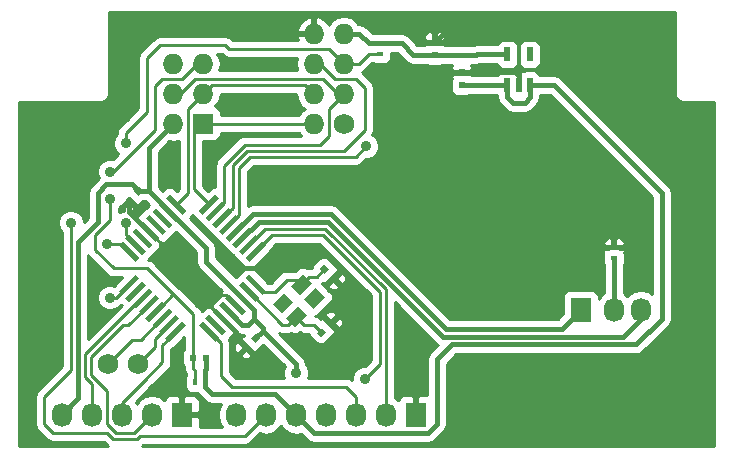
<source format=gtl>
%FSLAX46Y46*%
G04 Gerber Fmt 4.6, Leading zero omitted, Abs format (unit mm)*
G04 Created by KiCad (PCBNEW (2014-10-27 BZR 5228)-product) date 2/21/2015 5:46:05 PM*
%MOMM*%
G01*
G04 APERTURE LIST*
%ADD10C,0.100000*%
%ADD11C,1.750000*%
%ADD12R,0.500000X0.600000*%
%ADD13R,0.600000X0.500000*%
%ADD14R,1.727200X2.032000*%
%ADD15O,1.727200X2.032000*%
%ADD16R,1.727200X1.727200*%
%ADD17O,1.727200X1.727200*%
%ADD18R,0.400000X0.600000*%
%ADD19R,0.600000X0.400000*%
%ADD20R,0.548640X1.198880*%
%ADD21C,1.727200*%
%ADD22C,0.889000*%
%ADD23C,0.406400*%
%ADD24C,0.254000*%
G04 APERTURE END LIST*
D10*
D11*
X8255000Y-30480000D03*
D12*
X38163500Y-5800000D03*
X38163500Y-6900000D03*
D13*
X15452000Y-29972000D03*
X16552000Y-29972000D03*
D10*
G36*
X20744264Y-27924182D02*
X21097818Y-28277736D01*
X20673554Y-28702000D01*
X20320000Y-28348446D01*
X20744264Y-27924182D01*
X20744264Y-27924182D01*
G37*
G36*
X19966446Y-28702000D02*
X20320000Y-29055554D01*
X19895736Y-29479818D01*
X19542182Y-29126264D01*
X19966446Y-28702000D01*
X19966446Y-28702000D01*
G37*
G36*
X10838264Y-15478182D02*
X11191818Y-15831736D01*
X10767554Y-16256000D01*
X10414000Y-15902446D01*
X10838264Y-15478182D01*
X10838264Y-15478182D01*
G37*
G36*
X10060446Y-16256000D02*
X10414000Y-16609554D01*
X9989736Y-17033818D01*
X9636182Y-16680264D01*
X10060446Y-16256000D01*
X10060446Y-16256000D01*
G37*
D12*
X35877500Y-3260000D03*
X35877500Y-4360000D03*
D10*
G36*
X27094264Y-26654182D02*
X27447818Y-27007736D01*
X27023554Y-27432000D01*
X26670000Y-27078446D01*
X27094264Y-26654182D01*
X27094264Y-26654182D01*
G37*
G36*
X26316446Y-27432000D02*
X26670000Y-27785554D01*
X26245736Y-28209818D01*
X25892182Y-27856264D01*
X26316446Y-27432000D01*
X26316446Y-27432000D01*
G37*
G36*
X27701818Y-23284264D02*
X27348264Y-23637818D01*
X26924000Y-23213554D01*
X27277554Y-22860000D01*
X27701818Y-23284264D01*
X27701818Y-23284264D01*
G37*
G36*
X26924000Y-22506446D02*
X26570446Y-22860000D01*
X26146182Y-22435736D01*
X26499736Y-22082182D01*
X26924000Y-22506446D01*
X26924000Y-22506446D01*
G37*
D14*
X48260000Y-25908000D03*
D15*
X51054000Y-25908000D03*
X53340000Y-25908000D03*
D10*
G36*
X21601094Y-24342025D02*
X21283193Y-24659926D01*
X19869700Y-23246433D01*
X20187601Y-22928532D01*
X21601094Y-24342025D01*
X21601094Y-24342025D01*
G37*
G36*
X21035338Y-24907781D02*
X20717437Y-25225682D01*
X19303944Y-23812189D01*
X19621845Y-23494288D01*
X21035338Y-24907781D01*
X21035338Y-24907781D01*
G37*
G36*
X20469582Y-25473537D02*
X20151681Y-25791438D01*
X18738188Y-24377945D01*
X19056089Y-24060044D01*
X20469582Y-25473537D01*
X20469582Y-25473537D01*
G37*
G36*
X19903826Y-26039294D02*
X19585925Y-26357195D01*
X18172432Y-24943702D01*
X18490333Y-24625801D01*
X19903826Y-26039294D01*
X19903826Y-26039294D01*
G37*
G36*
X19338070Y-26605050D02*
X19020169Y-26922951D01*
X17606676Y-25509458D01*
X17924577Y-25191557D01*
X19338070Y-26605050D01*
X19338070Y-26605050D01*
G37*
G36*
X18772313Y-27170806D02*
X18454412Y-27488707D01*
X17040919Y-26075214D01*
X17358820Y-25757313D01*
X18772313Y-27170806D01*
X18772313Y-27170806D01*
G37*
G36*
X18206557Y-27736562D02*
X17888656Y-28054463D01*
X16475163Y-26640970D01*
X16793064Y-26323069D01*
X18206557Y-27736562D01*
X18206557Y-27736562D01*
G37*
G36*
X17640801Y-28302318D02*
X17322900Y-28620219D01*
X15909407Y-27206726D01*
X16227308Y-26888825D01*
X17640801Y-28302318D01*
X17640801Y-28302318D01*
G37*
G36*
X10880464Y-21534797D02*
X10562563Y-21852698D01*
X9149070Y-20439205D01*
X9466971Y-20121304D01*
X10880464Y-21534797D01*
X10880464Y-21534797D01*
G37*
G36*
X14849738Y-17565524D02*
X14531837Y-17883425D01*
X13118344Y-16469932D01*
X13436245Y-16152031D01*
X14849738Y-17565524D01*
X14849738Y-17565524D01*
G37*
G36*
X14275001Y-18140260D02*
X13957100Y-18458161D01*
X12543607Y-17044668D01*
X12861508Y-16726767D01*
X14275001Y-18140260D01*
X14275001Y-18140260D01*
G37*
G36*
X13700265Y-18714997D02*
X13382364Y-19032898D01*
X11968871Y-17619405D01*
X12286772Y-17301504D01*
X13700265Y-18714997D01*
X13700265Y-18714997D01*
G37*
G36*
X13143489Y-19271773D02*
X12825588Y-19589674D01*
X11412095Y-18176181D01*
X11729996Y-17858280D01*
X13143489Y-19271773D01*
X13143489Y-19271773D01*
G37*
G36*
X12568753Y-19846509D02*
X12250852Y-20164410D01*
X10837359Y-18750917D01*
X11155260Y-18433016D01*
X12568753Y-19846509D01*
X12568753Y-19846509D01*
G37*
G36*
X12011977Y-20403285D02*
X11694076Y-20721186D01*
X10280583Y-19307693D01*
X10598484Y-18989792D01*
X12011977Y-20403285D01*
X12011977Y-20403285D01*
G37*
G36*
X11437240Y-20978021D02*
X11119339Y-21295922D01*
X9705846Y-19882429D01*
X10023747Y-19564528D01*
X11437240Y-20978021D01*
X11437240Y-20978021D01*
G37*
G36*
X14817409Y-27213910D02*
X13403916Y-28627403D01*
X13086015Y-28309502D01*
X14499508Y-26896009D01*
X14817409Y-27213910D01*
X14817409Y-27213910D01*
G37*
G36*
X14253449Y-26649950D02*
X12839956Y-28063443D01*
X12522055Y-27745542D01*
X13935548Y-26332049D01*
X14253449Y-26649950D01*
X14253449Y-26649950D01*
G37*
G36*
X13685896Y-26082398D02*
X12272403Y-27495891D01*
X11954502Y-27177990D01*
X13367995Y-25764497D01*
X13685896Y-26082398D01*
X13685896Y-26082398D01*
G37*
G36*
X13121936Y-25518438D02*
X11708443Y-26931931D01*
X11390542Y-26614030D01*
X12804035Y-25200537D01*
X13121936Y-25518438D01*
X13121936Y-25518438D01*
G37*
G36*
X12554384Y-24950886D02*
X11140891Y-26364379D01*
X10822990Y-26046478D01*
X12236483Y-24632985D01*
X12554384Y-24950886D01*
X12554384Y-24950886D01*
G37*
G36*
X11990424Y-24386926D02*
X10576931Y-25800419D01*
X10259030Y-25482518D01*
X11672523Y-24069025D01*
X11990424Y-24386926D01*
X11990424Y-24386926D01*
G37*
G36*
X11422872Y-23819373D02*
X10009379Y-25232866D01*
X9691478Y-24914965D01*
X11104971Y-23501472D01*
X11422872Y-23819373D01*
X11422872Y-23819373D01*
G37*
G36*
X10858912Y-23255413D02*
X9445419Y-24668906D01*
X9127518Y-24351005D01*
X10541011Y-22937512D01*
X10858912Y-23255413D01*
X10858912Y-23255413D01*
G37*
G36*
X21602890Y-20421245D02*
X20189397Y-21834738D01*
X19871496Y-21516837D01*
X21284989Y-20103344D01*
X21602890Y-20421245D01*
X21602890Y-20421245D01*
G37*
G36*
X21046114Y-19864469D02*
X19632621Y-21277962D01*
X19314720Y-20960061D01*
X20728213Y-19546568D01*
X21046114Y-19864469D01*
X21046114Y-19864469D01*
G37*
G36*
X20471378Y-19289732D02*
X19057885Y-20703225D01*
X18739984Y-20385324D01*
X20153477Y-18971831D01*
X20471378Y-19289732D01*
X20471378Y-19289732D01*
G37*
G36*
X19914602Y-18732956D02*
X18501109Y-20146449D01*
X18183208Y-19828548D01*
X19596701Y-18415055D01*
X19914602Y-18732956D01*
X19914602Y-18732956D01*
G37*
G36*
X19357826Y-18176181D02*
X17944333Y-19589674D01*
X17626432Y-19271773D01*
X19039925Y-17858280D01*
X19357826Y-18176181D01*
X19357826Y-18176181D01*
G37*
G36*
X18783090Y-17601444D02*
X17369597Y-19014937D01*
X17051696Y-18697036D01*
X18465189Y-17283543D01*
X18783090Y-17601444D01*
X18783090Y-17601444D01*
G37*
G36*
X18208353Y-17026708D02*
X16794860Y-18440201D01*
X16476959Y-18122300D01*
X17890452Y-16708807D01*
X18208353Y-17026708D01*
X18208353Y-17026708D01*
G37*
G36*
X17633617Y-16451971D02*
X16220124Y-17865464D01*
X15902223Y-17547563D01*
X17315716Y-16134070D01*
X17633617Y-16451971D01*
X17633617Y-16451971D01*
G37*
D14*
X14478000Y-34798000D03*
D15*
X11938000Y-34798000D03*
X9398000Y-34798000D03*
X6858000Y-34798000D03*
X4318000Y-34798000D03*
D14*
X34290000Y-34798000D03*
D15*
X31750000Y-34798000D03*
X29210000Y-34798000D03*
X26670000Y-34798000D03*
X24130000Y-34798000D03*
X21590000Y-34798000D03*
X19050000Y-34798000D03*
D16*
X16256000Y-10160000D03*
D17*
X13716000Y-10160000D03*
X16256000Y-7620000D03*
X13716000Y-7620000D03*
X16256000Y-5080000D03*
X13716000Y-5080000D03*
D18*
X15552000Y-32004000D03*
X16452000Y-32004000D03*
D19*
X31242000Y-3360000D03*
X31242000Y-4260000D03*
X51054000Y-21532000D03*
X51054000Y-20632000D03*
D20*
X42039540Y-6885940D03*
X42989500Y-6885940D03*
X43939460Y-6885940D03*
X43939460Y-4290060D03*
X42039540Y-4290060D03*
D10*
G36*
X25621437Y-25817751D02*
X24843620Y-25039934D01*
X25833569Y-24049985D01*
X26611386Y-24827802D01*
X25621437Y-25817751D01*
X25621437Y-25817751D01*
G37*
G36*
X24490066Y-24686380D02*
X23712249Y-23908563D01*
X24702198Y-22918614D01*
X25480015Y-23696431D01*
X24490066Y-24686380D01*
X24490066Y-24686380D01*
G37*
G36*
X22934431Y-26242015D02*
X22156614Y-25464198D01*
X23146563Y-24474249D01*
X23924380Y-25252066D01*
X22934431Y-26242015D01*
X22934431Y-26242015D01*
G37*
G36*
X24065802Y-27373386D02*
X23287985Y-26595569D01*
X24277934Y-25605620D01*
X25055751Y-26383437D01*
X24065802Y-27373386D01*
X24065802Y-27373386D01*
G37*
D21*
X28194000Y-10160000D03*
D17*
X25654000Y-10160000D03*
X28194000Y-7620000D03*
X25654000Y-7620000D03*
X28194000Y-5080000D03*
X25654000Y-5080000D03*
X28194000Y-2540000D03*
X25654000Y-2540000D03*
D11*
X10795000Y-30480000D03*
D22*
X3810000Y-15748000D03*
X9144000Y-8128000D03*
X6858000Y-26924000D03*
X13208000Y-20828000D03*
X36639500Y-5842000D03*
X18986500Y-22415500D03*
X22733000Y-21717000D03*
X17018000Y-24384000D03*
X13462000Y-13462000D03*
X20891500Y-8445500D03*
X21463000Y-2540000D03*
X20891500Y-5016500D03*
X18605500Y-11493500D03*
X51054000Y-17526000D03*
X37338000Y-1778000D03*
X24130000Y-31242000D03*
X8382000Y-16510000D03*
X8382000Y-14224000D03*
X30099000Y-12065000D03*
X9715500Y-18605500D03*
X9715500Y-11811000D03*
X8128000Y-20320000D03*
X5080000Y-18542000D03*
X8382000Y-24892000D03*
X29972000Y-31750000D03*
D23*
X27312909Y-23248909D02*
X27940000Y-23876000D01*
X27940000Y-26162000D02*
X27940000Y-25146000D01*
X27940000Y-26162000D02*
X27058909Y-27043091D01*
X27940000Y-23876000D02*
X27940000Y-25146000D01*
D24*
X11703056Y-19298713D02*
X13208000Y-20803657D01*
X13208000Y-20803657D02*
X13208000Y-20828000D01*
X17906616Y-26623010D02*
X17018000Y-25734394D01*
X18184631Y-24638000D02*
X17780000Y-24638000D01*
X17780000Y-24638000D02*
X17526000Y-24892000D01*
X18184631Y-24638000D02*
X19038129Y-25491498D01*
X17018000Y-25400000D02*
X17526000Y-24892000D01*
X17018000Y-25734394D02*
X17018000Y-25400000D01*
D23*
X19050000Y-27766394D02*
X19050000Y-28209818D01*
X19050000Y-28209818D02*
X19931091Y-29090909D01*
X17906616Y-26623010D02*
X19050000Y-27766394D01*
X10025091Y-17620748D02*
X10025091Y-16644909D01*
X11703056Y-19298713D02*
X10025091Y-17620748D01*
X42989500Y-6096000D02*
X42693500Y-5800000D01*
X42989500Y-6885940D02*
X42989500Y-6096000D01*
X42693500Y-5800000D02*
X38163500Y-5800000D01*
X36681500Y-5800000D02*
X36639500Y-5842000D01*
X38163500Y-5800000D02*
X36681500Y-5800000D01*
X18986500Y-22415500D02*
X22034500Y-22415500D01*
X22034500Y-22415500D02*
X22733000Y-21717000D01*
D24*
X17526000Y-24892000D02*
X17018000Y-24384000D01*
D23*
X51054000Y-20632000D02*
X51054000Y-17526000D01*
X37338000Y-1799500D02*
X37338000Y-1778000D01*
X35877500Y-3260000D02*
X37338000Y-1799500D01*
X9715500Y-15303500D02*
X8064500Y-15303500D01*
X5702296Y-33413704D02*
X5702296Y-29095704D01*
X4318000Y-34798000D02*
X5702296Y-33413704D01*
X10239318Y-15303500D02*
X10802909Y-15867091D01*
X10239318Y-15303500D02*
X9715500Y-15303500D01*
X5702296Y-20141518D02*
X5702296Y-29095704D01*
X7366000Y-18477814D02*
X5702296Y-20141518D01*
X7366000Y-16002000D02*
X7366000Y-18477814D01*
X8064500Y-15303500D02*
X7366000Y-16002000D01*
X18472373Y-26057254D02*
X19593119Y-27178000D01*
X20574000Y-25895856D02*
X20574000Y-26670000D01*
X20574000Y-25895856D02*
X19603885Y-24925741D01*
X20066000Y-27178000D02*
X20574000Y-26670000D01*
X19593119Y-27178000D02*
X20066000Y-27178000D01*
X11683931Y-15867091D02*
X10802909Y-15867091D01*
X13409304Y-17592464D02*
X11683931Y-15867091D01*
X16510000Y-21831856D02*
X16510000Y-20693160D01*
X16510000Y-20693160D02*
X13409304Y-17592464D01*
X19603885Y-24925741D02*
X16510000Y-21831856D01*
X16552000Y-30946000D02*
X16452000Y-31046000D01*
X16452000Y-31046000D02*
X16452000Y-32004000D01*
X16552000Y-29972000D02*
X16552000Y-30946000D01*
X42481500Y-8382000D02*
X42039540Y-7940040D01*
X42039540Y-7940040D02*
X42039540Y-6885940D01*
X43497500Y-8382000D02*
X42989500Y-8382000D01*
X42989500Y-8382000D02*
X42481500Y-8382000D01*
X43939460Y-7940040D02*
X43497500Y-8382000D01*
X43939460Y-6885940D02*
X43939460Y-7940040D01*
X43967400Y-6858000D02*
X43939460Y-6885940D01*
X38177560Y-6885940D02*
X38163500Y-6900000D01*
X42039540Y-6885940D02*
X38177560Y-6885940D01*
X11684000Y-15867160D02*
X11684000Y-12192000D01*
X11684000Y-12192000D02*
X13716000Y-10160000D01*
X13409304Y-17592464D02*
X11684000Y-15867160D01*
X21336000Y-27686000D02*
X21336000Y-27432000D01*
X21336000Y-27432000D02*
X20574000Y-26670000D01*
X20708909Y-28313091D02*
X21336000Y-27686000D01*
X24130000Y-31242000D02*
X24130000Y-30480000D01*
X24130000Y-30480000D02*
X21336000Y-27686000D01*
X22352000Y-33020000D02*
X18542000Y-33020000D01*
X18542000Y-33020000D02*
X17018000Y-33020000D01*
X17018000Y-33020000D02*
X16452000Y-32454000D01*
X16452000Y-32454000D02*
X16452000Y-32004000D01*
X24130000Y-34798000D02*
X22352000Y-33020000D01*
X46990000Y-7874000D02*
X46001940Y-6885940D01*
X36068000Y-35560000D02*
X36068000Y-30124402D01*
X36068000Y-30124402D02*
X37338000Y-28854402D01*
X37338000Y-28854402D02*
X52933598Y-28854402D01*
X52933598Y-28854402D02*
X55118000Y-26670000D01*
X55118000Y-26670000D02*
X55118000Y-16002000D01*
X55118000Y-16002000D02*
X46990000Y-7874000D01*
X46001940Y-6885940D02*
X43939460Y-6885940D01*
X24130000Y-34798000D02*
X25654000Y-36322000D01*
X35306000Y-36322000D02*
X36068000Y-35560000D01*
X25654000Y-36322000D02*
X35306000Y-36322000D01*
D24*
X11557000Y-22415500D02*
X8699500Y-22415500D01*
X11684000Y-22542500D02*
X11557000Y-22415500D01*
X13731987Y-24590487D02*
X11684000Y-22542500D01*
X8382000Y-18288000D02*
X8382000Y-16510000D01*
X7112000Y-19558000D02*
X8382000Y-18288000D01*
X7112000Y-20828000D02*
X7112000Y-19558000D01*
X8699500Y-22415500D02*
X7112000Y-20828000D01*
X12192000Y-10668000D02*
X12192000Y-6985000D01*
X8636000Y-14224000D02*
X12192000Y-10668000D01*
X8382000Y-14224000D02*
X8636000Y-14224000D01*
X15748000Y-5080000D02*
X14478000Y-6350000D01*
X12827000Y-6350000D02*
X12192000Y-6985000D01*
X14478000Y-6350000D02*
X12827000Y-6350000D01*
X15452000Y-30946000D02*
X15552000Y-31046000D01*
X15552000Y-31046000D02*
X15552000Y-32004000D01*
X15452000Y-29972000D02*
X15452000Y-30946000D01*
X15240000Y-26098500D02*
X14287500Y-25146000D01*
X14287500Y-25146000D02*
X13731987Y-24590487D01*
X15367000Y-26225500D02*
X15240000Y-26098500D01*
X16256000Y-5080000D02*
X15748000Y-5080000D01*
X15452000Y-26310500D02*
X15303500Y-26162000D01*
X15452000Y-29972000D02*
X15452000Y-26310500D01*
X13731986Y-24590487D02*
X13731987Y-24590487D01*
X12256239Y-26066234D02*
X13731986Y-24590487D01*
D23*
X30284000Y-3360000D02*
X29464000Y-2540000D01*
X29464000Y-2540000D02*
X28194000Y-2540000D01*
X31242000Y-3360000D02*
X30284000Y-3360000D01*
X39461440Y-4290060D02*
X39391500Y-4360000D01*
X39391500Y-4360000D02*
X35877500Y-4360000D01*
X42039540Y-4290060D02*
X39461440Y-4290060D01*
X34078000Y-4360000D02*
X33078000Y-3360000D01*
X33078000Y-3360000D02*
X31242000Y-3360000D01*
X35877500Y-4360000D02*
X34078000Y-4360000D01*
X20524263Y-17805394D02*
X27141954Y-17805394D01*
X27141954Y-17805394D02*
X36870158Y-27533598D01*
X36870158Y-27533598D02*
X46634402Y-27533598D01*
X46634402Y-27533598D02*
X48260000Y-25908000D01*
X19048905Y-19280752D02*
X20524263Y-17805394D01*
X51054000Y-25908000D02*
X51054000Y-21532000D01*
X53340000Y-26670000D02*
X53340000Y-25908000D01*
X20977413Y-18465796D02*
X26868406Y-18465796D01*
X26868406Y-18465796D02*
X36596610Y-28194000D01*
X36596610Y-28194000D02*
X51816000Y-28194000D01*
X51816000Y-28194000D02*
X53340000Y-26670000D01*
X19605681Y-19837528D02*
X20977413Y-18465796D01*
D24*
X6794500Y-31432500D02*
X8128000Y-32766000D01*
X8128000Y-32766000D02*
X8128000Y-35560000D01*
X8128000Y-35560000D02*
X8890000Y-36322000D01*
X8890000Y-36322000D02*
X10414000Y-36322000D01*
X10414000Y-36322000D02*
X11938000Y-34798000D01*
X11688687Y-25498682D02*
X9945869Y-27241500D01*
X9461500Y-27241500D02*
X9945869Y-27241500D01*
X6794500Y-29908500D02*
X9461500Y-27241500D01*
X6794500Y-29908500D02*
X6794500Y-31432500D01*
X28371798Y-32435798D02*
X29210000Y-33274000D01*
X29210000Y-33274000D02*
X29210000Y-34798000D01*
X17780000Y-28759418D02*
X17780000Y-31496000D01*
X17780000Y-31496000D02*
X18719798Y-32435798D01*
X18719798Y-32435798D02*
X24053798Y-32435798D01*
X16775104Y-27754522D02*
X17780000Y-28759418D01*
X24053798Y-32435798D02*
X28371798Y-32435798D01*
X14986000Y-16015769D02*
X14986000Y-8890000D01*
X14986000Y-8890000D02*
X16256000Y-7620000D01*
X13984041Y-17017728D02*
X14986000Y-16015769D01*
X17017998Y-6858002D02*
X24892002Y-6858002D01*
X24892002Y-6858002D02*
X25654000Y-7620000D01*
X16256000Y-7620000D02*
X17017998Y-6858002D01*
X19304002Y-17912104D02*
X19304002Y-13882846D01*
X19304002Y-13882846D02*
X20232844Y-12954004D01*
X20232844Y-12954004D02*
X29209996Y-12954004D01*
X29209996Y-12954004D02*
X30099000Y-12065000D01*
X18492129Y-18723977D02*
X19304002Y-17912104D01*
X9398000Y-33782000D02*
X9398000Y-34798000D01*
X13951712Y-27761706D02*
X12827000Y-28886418D01*
X12827000Y-30353000D02*
X11239500Y-31940500D01*
X12827000Y-28886418D02*
X12827000Y-30353000D01*
X11239500Y-31940500D02*
X9398000Y-33782000D01*
X12192000Y-28393498D02*
X12192000Y-29083000D01*
X12192000Y-29083000D02*
X10795000Y-30480000D01*
X13387752Y-27197746D02*
X12192000Y-28393498D01*
X11002393Y-28448000D02*
X10287000Y-28448000D01*
X10287000Y-28448000D02*
X8255000Y-30480000D01*
X12820199Y-26630194D02*
X11002393Y-28448000D01*
X31750000Y-24173576D02*
X31750000Y-34798000D01*
X21542684Y-19049998D02*
X26626422Y-19049998D01*
X20180417Y-20412265D02*
X21542684Y-19049998D01*
X26626422Y-19049998D02*
X31750000Y-24173576D01*
X30284000Y-4260000D02*
X29464000Y-5080000D01*
X29464000Y-5080000D02*
X28194000Y-5080000D01*
X31242000Y-4260000D02*
X30284000Y-4260000D01*
X9715500Y-19574182D02*
X9715500Y-18605500D01*
X9715500Y-11811000D02*
X9715500Y-10985500D01*
X9715500Y-10985500D02*
X10350500Y-10350500D01*
X26924000Y-3810000D02*
X28194000Y-5080000D01*
X11556655Y-9144345D02*
X10350500Y-10350500D01*
X11556655Y-4572345D02*
X11556655Y-9144345D01*
X12636500Y-3492500D02*
X11556655Y-4572345D01*
X18161000Y-3492500D02*
X12636500Y-3492500D01*
X18478500Y-3810000D02*
X18161000Y-3492500D01*
X26924000Y-3810000D02*
X18478500Y-3810000D01*
X10571543Y-20430225D02*
X9715500Y-19574182D01*
X26162000Y-5080000D02*
X25654000Y-5080000D01*
X27432000Y-6350000D02*
X26162000Y-5080000D01*
X17917393Y-18149240D02*
X18796000Y-17270633D01*
X29210000Y-6350000D02*
X28956000Y-6350000D01*
X29972000Y-7112000D02*
X29210000Y-6350000D01*
X29972000Y-10668000D02*
X29972000Y-7112000D01*
X28193998Y-12446002D02*
X29972000Y-10668000D01*
X20022422Y-12446002D02*
X28193998Y-12446002D01*
X18796000Y-13672424D02*
X20022422Y-12446002D01*
X18796000Y-17270633D02*
X18796000Y-13672424D01*
X28956000Y-6350000D02*
X27432000Y-6350000D01*
X26924000Y-8890000D02*
X28194000Y-7620000D01*
X26924000Y-11176000D02*
X26924000Y-8890000D01*
X26162000Y-11938000D02*
X26924000Y-11176000D01*
X19812000Y-11938000D02*
X26162000Y-11938000D01*
X18034000Y-13716000D02*
X19812000Y-11938000D01*
X18034000Y-16883160D02*
X18034000Y-13716000D01*
X17342656Y-17574504D02*
X18034000Y-16883160D01*
X26416000Y-6350000D02*
X15557500Y-6350000D01*
X27686000Y-7620000D02*
X26416000Y-6350000D01*
X28194000Y-7620000D02*
X27686000Y-7620000D01*
X14287500Y-7620000D02*
X15557500Y-6350000D01*
X13716000Y-7620000D02*
X14287500Y-7620000D01*
X16767920Y-16999767D02*
X15494002Y-15725849D01*
X15494002Y-15725849D02*
X15494002Y-10921998D01*
X15494002Y-10921998D02*
X16256000Y-10160000D01*
X16256000Y-10160000D02*
X25654000Y-10160000D01*
X24171868Y-26489503D02*
X24860365Y-27178000D01*
X25638182Y-27178000D02*
X26281091Y-27820909D01*
X24860365Y-27178000D02*
X25638182Y-27178000D01*
X20169641Y-24359985D02*
X22987656Y-27178000D01*
X23483371Y-27178000D02*
X24171868Y-26489503D01*
X22987656Y-27178000D02*
X23483371Y-27178000D01*
X20735397Y-23794229D02*
X21325168Y-24384000D01*
X21325168Y-24384000D02*
X22352000Y-24384000D01*
X22352000Y-24384000D02*
X23368000Y-23368000D01*
X23368000Y-23368000D02*
X24161635Y-23368000D01*
X24161635Y-23368000D02*
X24596132Y-23802497D01*
X24596132Y-23802497D02*
X25284629Y-23114000D01*
X25892182Y-23114000D02*
X26535091Y-22471091D01*
X25284629Y-23114000D02*
X25892182Y-23114000D01*
X21590000Y-34798000D02*
X19812000Y-36576000D01*
X8128000Y-20320000D02*
X9347766Y-20320000D01*
X5080000Y-31026094D02*
X5080000Y-18542000D01*
X2794000Y-33312094D02*
X5080000Y-31026094D01*
X2794000Y-34036000D02*
X2794000Y-33312094D01*
X2794000Y-35560000D02*
X2794000Y-34036000D01*
X3556000Y-36322000D02*
X2794000Y-35560000D01*
X8171576Y-36322000D02*
X3556000Y-36322000D01*
X8679578Y-36830002D02*
X8171576Y-36322000D01*
X10667998Y-36830002D02*
X8679578Y-36830002D01*
X10922000Y-36576000D02*
X10667998Y-36830002D01*
X19812000Y-36576000D02*
X10922000Y-36576000D01*
X9347766Y-20320000D02*
X10014767Y-20987001D01*
X10000999Y-20987001D02*
X10014767Y-20987001D01*
X6858000Y-32214424D02*
X6858000Y-34798000D01*
X6286498Y-31642922D02*
X6858000Y-32214424D01*
X6286498Y-29698078D02*
X6286498Y-31642922D01*
X11049854Y-24934722D02*
X6286498Y-29698078D01*
X11124727Y-24934722D02*
X11049854Y-24934722D01*
X9993215Y-23803209D02*
X8904424Y-24892000D01*
X8904424Y-24892000D02*
X8382000Y-24892000D01*
X31241998Y-24383998D02*
X31241998Y-30480002D01*
X31241998Y-30480002D02*
X29972000Y-31750000D01*
X22148234Y-19558000D02*
X26416000Y-19558000D01*
X20737193Y-20969041D02*
X22148234Y-19558000D01*
X26416000Y-19558000D02*
X31241998Y-24383998D01*
G36*
X9402997Y-23177500D02*
X8717890Y-23862607D01*
X8597668Y-23812687D01*
X8168216Y-23812313D01*
X7771311Y-23976311D01*
X7467378Y-24279714D01*
X7302687Y-24676332D01*
X7302313Y-25105784D01*
X7466311Y-25502689D01*
X7769714Y-25806622D01*
X8166332Y-25971313D01*
X8595784Y-25971687D01*
X8992689Y-25807689D01*
X9222409Y-25578368D01*
X9222411Y-25578367D01*
X9362950Y-25484462D01*
X9392716Y-25514228D01*
X6540496Y-28366449D01*
X6540496Y-21317892D01*
X6573185Y-21366815D01*
X8160685Y-22954315D01*
X8407895Y-23119496D01*
X8407896Y-23119496D01*
X8699500Y-23177500D01*
X9402997Y-23177500D01*
X9402997Y-23177500D01*
G37*
X9402997Y-23177500D02*
X8717890Y-23862607D01*
X8597668Y-23812687D01*
X8168216Y-23812313D01*
X7771311Y-23976311D01*
X7467378Y-24279714D01*
X7302687Y-24676332D01*
X7302313Y-25105784D01*
X7466311Y-25502689D01*
X7769714Y-25806622D01*
X8166332Y-25971313D01*
X8595784Y-25971687D01*
X8992689Y-25807689D01*
X9222409Y-25578368D01*
X9222411Y-25578367D01*
X9362950Y-25484462D01*
X9392716Y-25514228D01*
X6540496Y-28366449D01*
X6540496Y-21317892D01*
X6573185Y-21366815D01*
X8160685Y-22954315D01*
X8407895Y-23119496D01*
X8407896Y-23119496D01*
X8699500Y-23177500D01*
X9402997Y-23177500D01*
G36*
X11660848Y-17029402D02*
X11430545Y-17259707D01*
X11412899Y-17302306D01*
X11370298Y-17319953D01*
X11191670Y-17498581D01*
X10873769Y-17816483D01*
X10850863Y-17871782D01*
X10795562Y-17894689D01*
X10649974Y-18040276D01*
X10631189Y-17994811D01*
X10327786Y-17690878D01*
X10195449Y-17635926D01*
X10349435Y-17572144D01*
X10448825Y-17472754D01*
X10448825Y-17248248D01*
X10023677Y-16823100D01*
X9564588Y-17282189D01*
X9564588Y-17506695D01*
X9583777Y-17525884D01*
X9501716Y-17525813D01*
X9144000Y-17673618D01*
X9144000Y-17274641D01*
X9238349Y-17180457D01*
X9296622Y-17122286D01*
X9303628Y-17105412D01*
X9387811Y-17105412D01*
X9846900Y-16646323D01*
X9831343Y-16630766D01*
X10010948Y-16451161D01*
X10026505Y-16466718D01*
X10040647Y-16452575D01*
X10217424Y-16629352D01*
X10203282Y-16643495D01*
X10628430Y-17068643D01*
X10852936Y-17068643D01*
X10952326Y-16969253D01*
X11003560Y-16845561D01*
X11127252Y-16794327D01*
X11216288Y-16705291D01*
X11336737Y-16705291D01*
X11660848Y-17029402D01*
X11660848Y-17029402D01*
G37*
X11660848Y-17029402D02*
X11430545Y-17259707D01*
X11412899Y-17302306D01*
X11370298Y-17319953D01*
X11191670Y-17498581D01*
X10873769Y-17816483D01*
X10850863Y-17871782D01*
X10795562Y-17894689D01*
X10649974Y-18040276D01*
X10631189Y-17994811D01*
X10327786Y-17690878D01*
X10195449Y-17635926D01*
X10349435Y-17572144D01*
X10448825Y-17472754D01*
X10448825Y-17248248D01*
X10023677Y-16823100D01*
X9564588Y-17282189D01*
X9564588Y-17506695D01*
X9583777Y-17525884D01*
X9501716Y-17525813D01*
X9144000Y-17673618D01*
X9144000Y-17274641D01*
X9238349Y-17180457D01*
X9296622Y-17122286D01*
X9303628Y-17105412D01*
X9387811Y-17105412D01*
X9846900Y-16646323D01*
X9831343Y-16630766D01*
X10010948Y-16451161D01*
X10026505Y-16466718D01*
X10040647Y-16452575D01*
X10217424Y-16629352D01*
X10203282Y-16643495D01*
X10628430Y-17068643D01*
X10852936Y-17068643D01*
X10952326Y-16969253D01*
X11003560Y-16845561D01*
X11127252Y-16794327D01*
X11216288Y-16705291D01*
X11336737Y-16705291D01*
X11660848Y-17029402D01*
G36*
X13863000Y-5207000D02*
X13843000Y-5207000D01*
X13843000Y-5227000D01*
X13589000Y-5227000D01*
X13589000Y-5207000D01*
X13569000Y-5207000D01*
X13569000Y-4953000D01*
X13589000Y-4953000D01*
X13589000Y-4933000D01*
X13843000Y-4933000D01*
X13843000Y-4953000D01*
X13863000Y-4953000D01*
X13863000Y-5207000D01*
X13863000Y-5207000D01*
G37*
X13863000Y-5207000D02*
X13843000Y-5207000D01*
X13843000Y-5227000D01*
X13589000Y-5227000D01*
X13589000Y-5207000D01*
X13569000Y-5207000D01*
X13569000Y-4953000D01*
X13589000Y-4953000D01*
X13589000Y-4933000D01*
X13843000Y-4933000D01*
X13843000Y-4953000D01*
X13863000Y-4953000D01*
X13863000Y-5207000D01*
G36*
X14224000Y-15700139D02*
X14053189Y-15870949D01*
X13795944Y-15613705D01*
X13562555Y-15517032D01*
X13309936Y-15517031D01*
X13076547Y-15613704D01*
X12897919Y-15792332D01*
X12846242Y-15844008D01*
X12522200Y-15519966D01*
X12522200Y-12539194D01*
X13430270Y-11631123D01*
X13716000Y-11687959D01*
X14224000Y-11586911D01*
X14224000Y-15700139D01*
X14224000Y-15700139D01*
G37*
X14224000Y-15700139D02*
X14053189Y-15870949D01*
X13795944Y-15613705D01*
X13562555Y-15517032D01*
X13309936Y-15517031D01*
X13076547Y-15613704D01*
X12897919Y-15792332D01*
X12846242Y-15844008D01*
X12522200Y-15519966D01*
X12522200Y-12539194D01*
X13430270Y-11631123D01*
X13716000Y-11687959D01*
X14224000Y-11586911D01*
X14224000Y-15700139D01*
G36*
X17837707Y-35814000D02*
X15976600Y-35814000D01*
X15976600Y-35687691D01*
X15976600Y-35083750D01*
X15976600Y-34512250D01*
X15976600Y-33908309D01*
X15976600Y-33655690D01*
X15879927Y-33422301D01*
X15701298Y-33243673D01*
X15467909Y-33147000D01*
X14763750Y-33147000D01*
X14605000Y-33305750D01*
X14605000Y-34671000D01*
X15817850Y-34671000D01*
X15976600Y-34512250D01*
X15976600Y-35083750D01*
X15817850Y-34925000D01*
X14605000Y-34925000D01*
X14605000Y-34945000D01*
X14351000Y-34945000D01*
X14351000Y-34925000D01*
X14331000Y-34925000D01*
X14331000Y-34671000D01*
X14351000Y-34671000D01*
X14351000Y-33305750D01*
X14192250Y-33147000D01*
X13488091Y-33147000D01*
X13254702Y-33243673D01*
X13076073Y-33422301D01*
X13012499Y-33575779D01*
X12997670Y-33553585D01*
X12511489Y-33228729D01*
X11938000Y-33114655D01*
X11364511Y-33228729D01*
X10878330Y-33553585D01*
X10668000Y-33868365D01*
X10556354Y-33701276D01*
X11778315Y-32479316D01*
X11778315Y-32479315D01*
X11778317Y-32479312D01*
X13365815Y-30891815D01*
X13530996Y-30644605D01*
X13530996Y-30644604D01*
X13588999Y-30353000D01*
X13589000Y-30353000D01*
X13589000Y-29238057D01*
X13763615Y-29165730D01*
X13942243Y-28987102D01*
X14690000Y-28239344D01*
X14690000Y-29285974D01*
X14613673Y-29362301D01*
X14517000Y-29595690D01*
X14517000Y-29848309D01*
X14517000Y-30348309D01*
X14613673Y-30581698D01*
X14690000Y-30658025D01*
X14690000Y-30946000D01*
X14748004Y-31237605D01*
X14790000Y-31300456D01*
X14790000Y-31401452D01*
X14717000Y-31577690D01*
X14717000Y-31830309D01*
X14717000Y-32430309D01*
X14813673Y-32663698D01*
X14992301Y-32842327D01*
X15225690Y-32939000D01*
X15478309Y-32939000D01*
X15787341Y-32939000D01*
X15787342Y-32939000D01*
X15859303Y-33046697D01*
X16425303Y-33612697D01*
X16697235Y-33794396D01*
X17018000Y-33858200D01*
X17786792Y-33858200D01*
X17665474Y-34039766D01*
X17551400Y-34613255D01*
X17551400Y-34982745D01*
X17665474Y-35556234D01*
X17837707Y-35814000D01*
X17837707Y-35814000D01*
G37*
X17837707Y-35814000D02*
X15976600Y-35814000D01*
X15976600Y-35687691D01*
X15976600Y-35083750D01*
X15976600Y-34512250D01*
X15976600Y-33908309D01*
X15976600Y-33655690D01*
X15879927Y-33422301D01*
X15701298Y-33243673D01*
X15467909Y-33147000D01*
X14763750Y-33147000D01*
X14605000Y-33305750D01*
X14605000Y-34671000D01*
X15817850Y-34671000D01*
X15976600Y-34512250D01*
X15976600Y-35083750D01*
X15817850Y-34925000D01*
X14605000Y-34925000D01*
X14605000Y-34945000D01*
X14351000Y-34945000D01*
X14351000Y-34925000D01*
X14331000Y-34925000D01*
X14331000Y-34671000D01*
X14351000Y-34671000D01*
X14351000Y-33305750D01*
X14192250Y-33147000D01*
X13488091Y-33147000D01*
X13254702Y-33243673D01*
X13076073Y-33422301D01*
X13012499Y-33575779D01*
X12997670Y-33553585D01*
X12511489Y-33228729D01*
X11938000Y-33114655D01*
X11364511Y-33228729D01*
X10878330Y-33553585D01*
X10668000Y-33868365D01*
X10556354Y-33701276D01*
X11778315Y-32479316D01*
X11778315Y-32479315D01*
X11778317Y-32479312D01*
X13365815Y-30891815D01*
X13530996Y-30644605D01*
X13530996Y-30644604D01*
X13588999Y-30353000D01*
X13589000Y-30353000D01*
X13589000Y-29238057D01*
X13763615Y-29165730D01*
X13942243Y-28987102D01*
X14690000Y-28239344D01*
X14690000Y-29285974D01*
X14613673Y-29362301D01*
X14517000Y-29595690D01*
X14517000Y-29848309D01*
X14517000Y-30348309D01*
X14613673Y-30581698D01*
X14690000Y-30658025D01*
X14690000Y-30946000D01*
X14748004Y-31237605D01*
X14790000Y-31300456D01*
X14790000Y-31401452D01*
X14717000Y-31577690D01*
X14717000Y-31830309D01*
X14717000Y-32430309D01*
X14813673Y-32663698D01*
X14992301Y-32842327D01*
X15225690Y-32939000D01*
X15478309Y-32939000D01*
X15787341Y-32939000D01*
X15787342Y-32939000D01*
X15859303Y-33046697D01*
X16425303Y-33612697D01*
X16697235Y-33794396D01*
X17018000Y-33858200D01*
X17786792Y-33858200D01*
X17665474Y-34039766D01*
X17551400Y-34613255D01*
X17551400Y-34982745D01*
X17665474Y-35556234D01*
X17837707Y-35814000D01*
G36*
X17855429Y-24362679D02*
X17812733Y-24405376D01*
X17792566Y-24425543D01*
X17634105Y-24584004D01*
X17613829Y-24632954D01*
X17564879Y-24653230D01*
X17386251Y-24831858D01*
X17068350Y-25149760D01*
X17048074Y-25198709D01*
X16999122Y-25218986D01*
X16820494Y-25397614D01*
X16942586Y-25275523D01*
X16942586Y-25500029D01*
X16971676Y-25529119D01*
X16971676Y-25635767D01*
X17008659Y-25725053D01*
X16919374Y-25688070D01*
X16812724Y-25688069D01*
X16783635Y-25658980D01*
X16559129Y-25658980D01*
X16681220Y-25536888D01*
X16502592Y-25715516D01*
X16482316Y-25764466D01*
X16433366Y-25784742D01*
X16254738Y-25963370D01*
X16163166Y-26054942D01*
X16155996Y-26018896D01*
X16155996Y-26018895D01*
X16089834Y-25919876D01*
X15990816Y-25771685D01*
X15905815Y-25686685D01*
X15842315Y-25623185D01*
X15778817Y-25559687D01*
X15778815Y-25559685D01*
X15778815Y-25559684D01*
X14826315Y-24607185D01*
X14270802Y-24051672D01*
X12222815Y-22003685D01*
X12095815Y-21876685D01*
X11848605Y-21711504D01*
X11642732Y-21670553D01*
X11657665Y-21655621D01*
X11975566Y-21337719D01*
X11998471Y-21282420D01*
X12053774Y-21259513D01*
X12232402Y-21080885D01*
X12550303Y-20762983D01*
X12567948Y-20720383D01*
X12610550Y-20702737D01*
X12667086Y-20646200D01*
X12667086Y-20421694D01*
X12646976Y-20401584D01*
X12646977Y-20276976D01*
X12609993Y-20187690D01*
X12699278Y-20224673D01*
X12787967Y-20224673D01*
X12826037Y-20262743D01*
X13050543Y-20262743D01*
X13107080Y-20206207D01*
X13129986Y-20150907D01*
X13185286Y-20128001D01*
X13363914Y-19949373D01*
X13681815Y-19631471D01*
X13699460Y-19588871D01*
X13742062Y-19571225D01*
X13920690Y-19392597D01*
X13972366Y-19340920D01*
X15671800Y-21040354D01*
X15671800Y-21831856D01*
X15735604Y-22152622D01*
X15917303Y-22424553D01*
X17855429Y-24362679D01*
X17855429Y-24362679D01*
G37*
X17855429Y-24362679D02*
X17812733Y-24405376D01*
X17792566Y-24425543D01*
X17634105Y-24584004D01*
X17613829Y-24632954D01*
X17564879Y-24653230D01*
X17386251Y-24831858D01*
X17068350Y-25149760D01*
X17048074Y-25198709D01*
X16999122Y-25218986D01*
X16820494Y-25397614D01*
X16942586Y-25275523D01*
X16942586Y-25500029D01*
X16971676Y-25529119D01*
X16971676Y-25635767D01*
X17008659Y-25725053D01*
X16919374Y-25688070D01*
X16812724Y-25688069D01*
X16783635Y-25658980D01*
X16559129Y-25658980D01*
X16681220Y-25536888D01*
X16502592Y-25715516D01*
X16482316Y-25764466D01*
X16433366Y-25784742D01*
X16254738Y-25963370D01*
X16163166Y-26054942D01*
X16155996Y-26018896D01*
X16155996Y-26018895D01*
X16089834Y-25919876D01*
X15990816Y-25771685D01*
X15905815Y-25686685D01*
X15842315Y-25623185D01*
X15778817Y-25559687D01*
X15778815Y-25559685D01*
X15778815Y-25559684D01*
X14826315Y-24607185D01*
X14270802Y-24051672D01*
X12222815Y-22003685D01*
X12095815Y-21876685D01*
X11848605Y-21711504D01*
X11642732Y-21670553D01*
X11657665Y-21655621D01*
X11975566Y-21337719D01*
X11998471Y-21282420D01*
X12053774Y-21259513D01*
X12232402Y-21080885D01*
X12550303Y-20762983D01*
X12567948Y-20720383D01*
X12610550Y-20702737D01*
X12667086Y-20646200D01*
X12667086Y-20421694D01*
X12646976Y-20401584D01*
X12646977Y-20276976D01*
X12609993Y-20187690D01*
X12699278Y-20224673D01*
X12787967Y-20224673D01*
X12826037Y-20262743D01*
X13050543Y-20262743D01*
X13107080Y-20206207D01*
X13129986Y-20150907D01*
X13185286Y-20128001D01*
X13363914Y-19949373D01*
X13681815Y-19631471D01*
X13699460Y-19588871D01*
X13742062Y-19571225D01*
X13920690Y-19392597D01*
X13972366Y-19340920D01*
X15671800Y-21040354D01*
X15671800Y-21831856D01*
X15735604Y-22152622D01*
X15917303Y-22424553D01*
X17855429Y-24362679D01*
G36*
X19849491Y-22381262D02*
X19827903Y-22390205D01*
X19649275Y-22568833D01*
X19331374Y-22886735D01*
X19311098Y-22935684D01*
X19262147Y-22955961D01*
X19083519Y-23134589D01*
X19040823Y-23177285D01*
X17348200Y-21484662D01*
X17348200Y-20693160D01*
X17284396Y-20372395D01*
X17284396Y-20372394D01*
X17102697Y-20100463D01*
X15157760Y-18155526D01*
X15384960Y-17928325D01*
X15542524Y-18085889D01*
X15860426Y-18403790D01*
X15915724Y-18426695D01*
X15938632Y-18481998D01*
X16117260Y-18660626D01*
X16435162Y-18978527D01*
X16490462Y-19001433D01*
X16513369Y-19056734D01*
X16691997Y-19235362D01*
X17009899Y-19553263D01*
X17065197Y-19576168D01*
X17088105Y-19631471D01*
X17266733Y-19810099D01*
X17584635Y-20128000D01*
X17627235Y-20145645D01*
X17644881Y-20188246D01*
X17823509Y-20366874D01*
X18141411Y-20684775D01*
X18184010Y-20702420D01*
X18201657Y-20745022D01*
X18380285Y-20923650D01*
X18698187Y-21241551D01*
X18753485Y-21264456D01*
X18776393Y-21319759D01*
X18955021Y-21498387D01*
X19272923Y-21816288D01*
X19315522Y-21833933D01*
X19333169Y-21876535D01*
X19511797Y-22055163D01*
X19829699Y-22373064D01*
X19849491Y-22381262D01*
X19849491Y-22381262D01*
G37*
X19849491Y-22381262D02*
X19827903Y-22390205D01*
X19649275Y-22568833D01*
X19331374Y-22886735D01*
X19311098Y-22935684D01*
X19262147Y-22955961D01*
X19083519Y-23134589D01*
X19040823Y-23177285D01*
X17348200Y-21484662D01*
X17348200Y-20693160D01*
X17284396Y-20372395D01*
X17284396Y-20372394D01*
X17102697Y-20100463D01*
X15157760Y-18155526D01*
X15384960Y-17928325D01*
X15542524Y-18085889D01*
X15860426Y-18403790D01*
X15915724Y-18426695D01*
X15938632Y-18481998D01*
X16117260Y-18660626D01*
X16435162Y-18978527D01*
X16490462Y-19001433D01*
X16513369Y-19056734D01*
X16691997Y-19235362D01*
X17009899Y-19553263D01*
X17065197Y-19576168D01*
X17088105Y-19631471D01*
X17266733Y-19810099D01*
X17584635Y-20128000D01*
X17627235Y-20145645D01*
X17644881Y-20188246D01*
X17823509Y-20366874D01*
X18141411Y-20684775D01*
X18184010Y-20702420D01*
X18201657Y-20745022D01*
X18380285Y-20923650D01*
X18698187Y-21241551D01*
X18753485Y-21264456D01*
X18776393Y-21319759D01*
X18955021Y-21498387D01*
X19272923Y-21816288D01*
X19315522Y-21833933D01*
X19333169Y-21876535D01*
X19511797Y-22055163D01*
X19829699Y-22373064D01*
X19849491Y-22381262D01*
G36*
X23179858Y-30715252D02*
X23050687Y-31026332D01*
X23050313Y-31455784D01*
X23140394Y-31673798D01*
X20354825Y-31673798D01*
X20354825Y-29918754D01*
X20354825Y-29694248D01*
X19929677Y-29269100D01*
X19752900Y-29445877D01*
X19752900Y-29092323D01*
X19327752Y-28667175D01*
X19103246Y-28667175D01*
X19003856Y-28766565D01*
X18907183Y-28999955D01*
X18907182Y-29252573D01*
X19003855Y-29485962D01*
X19069305Y-29551412D01*
X19293811Y-29551412D01*
X19752900Y-29092323D01*
X19752900Y-29445877D01*
X19470588Y-29728189D01*
X19470588Y-29952695D01*
X19536038Y-30018145D01*
X19769427Y-30114818D01*
X20022045Y-30114817D01*
X20255435Y-30018144D01*
X20354825Y-29918754D01*
X20354825Y-31673798D01*
X19035428Y-31673798D01*
X18542000Y-31180370D01*
X18542000Y-28759418D01*
X18483997Y-28467814D01*
X18483996Y-28467813D01*
X18439670Y-28401473D01*
X18744883Y-28096260D01*
X18765158Y-28047310D01*
X18814110Y-28027034D01*
X18870646Y-27970497D01*
X18870646Y-27766648D01*
X18972571Y-27868573D01*
X19042398Y-27798745D01*
X19272353Y-27952396D01*
X19272354Y-27952396D01*
X19593119Y-28016200D01*
X19770302Y-28016200D01*
X19730439Y-28112439D01*
X19606747Y-28163674D01*
X19507357Y-28263064D01*
X19507357Y-28487570D01*
X19932505Y-28912718D01*
X19946647Y-28898575D01*
X20123424Y-29075352D01*
X20109282Y-29089495D01*
X20534430Y-29514643D01*
X20758936Y-29514643D01*
X20858326Y-29415253D01*
X20909560Y-29291561D01*
X21033252Y-29240327D01*
X21211880Y-29061699D01*
X21369092Y-28904486D01*
X23179858Y-30715252D01*
X23179858Y-30715252D01*
G37*
X23179858Y-30715252D02*
X23050687Y-31026332D01*
X23050313Y-31455784D01*
X23140394Y-31673798D01*
X20354825Y-31673798D01*
X20354825Y-29918754D01*
X20354825Y-29694248D01*
X19929677Y-29269100D01*
X19752900Y-29445877D01*
X19752900Y-29092323D01*
X19327752Y-28667175D01*
X19103246Y-28667175D01*
X19003856Y-28766565D01*
X18907183Y-28999955D01*
X18907182Y-29252573D01*
X19003855Y-29485962D01*
X19069305Y-29551412D01*
X19293811Y-29551412D01*
X19752900Y-29092323D01*
X19752900Y-29445877D01*
X19470588Y-29728189D01*
X19470588Y-29952695D01*
X19536038Y-30018145D01*
X19769427Y-30114818D01*
X20022045Y-30114817D01*
X20255435Y-30018144D01*
X20354825Y-29918754D01*
X20354825Y-31673798D01*
X19035428Y-31673798D01*
X18542000Y-31180370D01*
X18542000Y-28759418D01*
X18483997Y-28467814D01*
X18483996Y-28467813D01*
X18439670Y-28401473D01*
X18744883Y-28096260D01*
X18765158Y-28047310D01*
X18814110Y-28027034D01*
X18870646Y-27970497D01*
X18870646Y-27766648D01*
X18972571Y-27868573D01*
X19042398Y-27798745D01*
X19272353Y-27952396D01*
X19272354Y-27952396D01*
X19593119Y-28016200D01*
X19770302Y-28016200D01*
X19730439Y-28112439D01*
X19606747Y-28163674D01*
X19507357Y-28263064D01*
X19507357Y-28487570D01*
X19932505Y-28912718D01*
X19946647Y-28898575D01*
X20123424Y-29075352D01*
X20109282Y-29089495D01*
X20534430Y-29514643D01*
X20758936Y-29514643D01*
X20858326Y-29415253D01*
X20909560Y-29291561D01*
X21033252Y-29240327D01*
X21211880Y-29061699D01*
X21369092Y-28904486D01*
X23179858Y-30715252D01*
G36*
X24250607Y-5588000D02*
X17659392Y-5588000D01*
X17754600Y-5109359D01*
X17754600Y-5050641D01*
X17640526Y-4477152D01*
X17491754Y-4254500D01*
X17845369Y-4254500D01*
X17939685Y-4348816D01*
X18087876Y-4447834D01*
X18186895Y-4513996D01*
X18186896Y-4513996D01*
X18478500Y-4572000D01*
X24250607Y-4572000D01*
X24155400Y-5050641D01*
X24155400Y-5109359D01*
X24250607Y-5588000D01*
X24250607Y-5588000D01*
G37*
X24250607Y-5588000D02*
X17659392Y-5588000D01*
X17754600Y-5109359D01*
X17754600Y-5050641D01*
X17640526Y-4477152D01*
X17491754Y-4254500D01*
X17845369Y-4254500D01*
X17939685Y-4348816D01*
X18087876Y-4447834D01*
X18186895Y-4513996D01*
X18186896Y-4513996D01*
X18478500Y-4572000D01*
X24250607Y-4572000D01*
X24155400Y-5050641D01*
X24155400Y-5109359D01*
X24250607Y-5588000D01*
G36*
X24545533Y-11176000D02*
X19812000Y-11176000D01*
X19520395Y-11234004D01*
X19421376Y-11300165D01*
X19273185Y-11399184D01*
X17495185Y-13177185D01*
X17330004Y-13424395D01*
X17272000Y-13716000D01*
X17272000Y-15499070D01*
X17189407Y-15499070D01*
X16956017Y-15595743D01*
X16777389Y-15774371D01*
X16698771Y-15852988D01*
X16256002Y-15410219D01*
X16256002Y-11658600D01*
X17245909Y-11658600D01*
X17479298Y-11561927D01*
X17657927Y-11383299D01*
X17754600Y-11149910D01*
X17754600Y-10922000D01*
X24375816Y-10922000D01*
X24545533Y-11176000D01*
X24545533Y-11176000D01*
G37*
X24545533Y-11176000D02*
X19812000Y-11176000D01*
X19520395Y-11234004D01*
X19421376Y-11300165D01*
X19273185Y-11399184D01*
X17495185Y-13177185D01*
X17330004Y-13424395D01*
X17272000Y-13716000D01*
X17272000Y-15499070D01*
X17189407Y-15499070D01*
X16956017Y-15595743D01*
X16777389Y-15774371D01*
X16698771Y-15852988D01*
X16256002Y-15410219D01*
X16256002Y-11658600D01*
X17245909Y-11658600D01*
X17479298Y-11561927D01*
X17657927Y-11383299D01*
X17754600Y-11149910D01*
X17754600Y-10922000D01*
X24375816Y-10922000D01*
X24545533Y-11176000D01*
G36*
X24865172Y-8890000D02*
X24594330Y-9070971D01*
X24375816Y-9398000D01*
X17754600Y-9398000D01*
X17754600Y-9170091D01*
X17657927Y-8936702D01*
X17479299Y-8758073D01*
X17325473Y-8694356D01*
X17640526Y-8222848D01*
X17754600Y-7649359D01*
X17754600Y-7620002D01*
X24155400Y-7620002D01*
X24155400Y-7649359D01*
X24269474Y-8222848D01*
X24594330Y-8709029D01*
X24865172Y-8890000D01*
X24865172Y-8890000D01*
G37*
X24865172Y-8890000D02*
X24594330Y-9070971D01*
X24375816Y-9398000D01*
X17754600Y-9398000D01*
X17754600Y-9170091D01*
X17657927Y-8936702D01*
X17479299Y-8758073D01*
X17325473Y-8694356D01*
X17640526Y-8222848D01*
X17754600Y-7649359D01*
X17754600Y-7620002D01*
X24155400Y-7620002D01*
X24155400Y-7649359D01*
X24269474Y-8222848D01*
X24594330Y-8709029D01*
X24865172Y-8890000D01*
G36*
X30479998Y-30164371D02*
X29973868Y-30670500D01*
X29758216Y-30670313D01*
X29361311Y-30834311D01*
X29057378Y-31137714D01*
X28892687Y-31534332D01*
X28892381Y-31884801D01*
X28663403Y-31731802D01*
X28371798Y-31673798D01*
X28336818Y-31673798D01*
X28336818Y-23410573D01*
X28336817Y-23157955D01*
X28240144Y-22924565D01*
X28140754Y-22825175D01*
X27916248Y-22825175D01*
X27491100Y-23250323D01*
X27950189Y-23709412D01*
X28174695Y-23709412D01*
X28240145Y-23643962D01*
X28336818Y-23410573D01*
X28336818Y-31673798D01*
X28082818Y-31673798D01*
X28082818Y-26881427D01*
X27986145Y-26648038D01*
X27920695Y-26582588D01*
X27773412Y-26582588D01*
X27773412Y-24110695D01*
X27773412Y-23886189D01*
X27314323Y-23427100D01*
X26889175Y-23852248D01*
X26889175Y-24076754D01*
X26988565Y-24176144D01*
X27221955Y-24272817D01*
X27474573Y-24272818D01*
X27707962Y-24176145D01*
X27773412Y-24110695D01*
X27773412Y-26582588D01*
X27696189Y-26582588D01*
X27519412Y-26759365D01*
X27519412Y-26405811D01*
X27519412Y-26181305D01*
X27453962Y-26115855D01*
X27220573Y-26019182D01*
X26967955Y-26019183D01*
X26734565Y-26115856D01*
X26635175Y-26215246D01*
X26635175Y-26439752D01*
X27060323Y-26864900D01*
X27519412Y-26405811D01*
X27519412Y-26759365D01*
X27237100Y-27041677D01*
X27662248Y-27466825D01*
X27886754Y-27466825D01*
X27986144Y-27367435D01*
X28082817Y-27134045D01*
X28082818Y-26881427D01*
X28082818Y-31673798D01*
X25119567Y-31673798D01*
X25209313Y-31457668D01*
X25209687Y-31028216D01*
X25045689Y-30631311D01*
X24968200Y-30553686D01*
X24968200Y-30480000D01*
X24904396Y-30159235D01*
X24722697Y-29887303D01*
X22722688Y-27887294D01*
X22987656Y-27940000D01*
X23483371Y-27940000D01*
X23483371Y-27939999D01*
X23692743Y-27898353D01*
X23706103Y-27911713D01*
X23939492Y-28008386D01*
X24192111Y-28008387D01*
X24425500Y-27911714D01*
X24500696Y-27836517D01*
X24568760Y-27881996D01*
X24568761Y-27881996D01*
X24860365Y-27940000D01*
X25257182Y-27940000D01*
X25257182Y-27982573D01*
X25353855Y-28215962D01*
X25532483Y-28394591D01*
X25886037Y-28748144D01*
X26119426Y-28844817D01*
X26372045Y-28844818D01*
X26605434Y-28748145D01*
X26784062Y-28569517D01*
X27208326Y-28145253D01*
X27259560Y-28021560D01*
X27383253Y-27970326D01*
X27482643Y-27870936D01*
X27482643Y-27646430D01*
X27057495Y-27221282D01*
X27043352Y-27235424D01*
X26866575Y-27058647D01*
X26880718Y-27044505D01*
X26455570Y-26619357D01*
X26231064Y-26619357D01*
X26194116Y-26656304D01*
X26176997Y-26639185D01*
X25929787Y-26474004D01*
X25772142Y-26442646D01*
X25981135Y-26356079D01*
X26159764Y-26177450D01*
X27149713Y-25187501D01*
X27246386Y-24954112D01*
X27246387Y-24701493D01*
X27149714Y-24468104D01*
X26971085Y-24289475D01*
X26373106Y-23691496D01*
X26430997Y-23652815D01*
X26448116Y-23635695D01*
X26485064Y-23672643D01*
X26709570Y-23672643D01*
X27134718Y-23247495D01*
X27120575Y-23233352D01*
X27297352Y-23056575D01*
X27311495Y-23070718D01*
X27736643Y-22645570D01*
X27736643Y-22421064D01*
X27637253Y-22321674D01*
X27513561Y-22270439D01*
X27462327Y-22146748D01*
X27283699Y-21968120D01*
X26859435Y-21543856D01*
X26626045Y-21447183D01*
X26373427Y-21447182D01*
X26140038Y-21543855D01*
X25961409Y-21722483D01*
X25607856Y-22076037D01*
X25511183Y-22309426D01*
X25511182Y-22352000D01*
X25284629Y-22352000D01*
X25075256Y-22393646D01*
X25061897Y-22380287D01*
X24828508Y-22283614D01*
X24575889Y-22283613D01*
X24342500Y-22380286D01*
X24163871Y-22558915D01*
X24116786Y-22606000D01*
X23368000Y-22606000D01*
X23076395Y-22664004D01*
X22829185Y-22829185D01*
X22036370Y-23622000D01*
X21779094Y-23622000D01*
X20547300Y-22390206D01*
X20527506Y-22382007D01*
X20549096Y-22373065D01*
X20727724Y-22194437D01*
X22141216Y-20780944D01*
X22237889Y-20547555D01*
X22237889Y-20545975D01*
X22463864Y-20320000D01*
X26100370Y-20320000D01*
X30479998Y-24699628D01*
X30479998Y-30164371D01*
X30479998Y-30164371D01*
G37*
X30479998Y-30164371D02*
X29973868Y-30670500D01*
X29758216Y-30670313D01*
X29361311Y-30834311D01*
X29057378Y-31137714D01*
X28892687Y-31534332D01*
X28892381Y-31884801D01*
X28663403Y-31731802D01*
X28371798Y-31673798D01*
X28336818Y-31673798D01*
X28336818Y-23410573D01*
X28336817Y-23157955D01*
X28240144Y-22924565D01*
X28140754Y-22825175D01*
X27916248Y-22825175D01*
X27491100Y-23250323D01*
X27950189Y-23709412D01*
X28174695Y-23709412D01*
X28240145Y-23643962D01*
X28336818Y-23410573D01*
X28336818Y-31673798D01*
X28082818Y-31673798D01*
X28082818Y-26881427D01*
X27986145Y-26648038D01*
X27920695Y-26582588D01*
X27773412Y-26582588D01*
X27773412Y-24110695D01*
X27773412Y-23886189D01*
X27314323Y-23427100D01*
X26889175Y-23852248D01*
X26889175Y-24076754D01*
X26988565Y-24176144D01*
X27221955Y-24272817D01*
X27474573Y-24272818D01*
X27707962Y-24176145D01*
X27773412Y-24110695D01*
X27773412Y-26582588D01*
X27696189Y-26582588D01*
X27519412Y-26759365D01*
X27519412Y-26405811D01*
X27519412Y-26181305D01*
X27453962Y-26115855D01*
X27220573Y-26019182D01*
X26967955Y-26019183D01*
X26734565Y-26115856D01*
X26635175Y-26215246D01*
X26635175Y-26439752D01*
X27060323Y-26864900D01*
X27519412Y-26405811D01*
X27519412Y-26759365D01*
X27237100Y-27041677D01*
X27662248Y-27466825D01*
X27886754Y-27466825D01*
X27986144Y-27367435D01*
X28082817Y-27134045D01*
X28082818Y-26881427D01*
X28082818Y-31673798D01*
X25119567Y-31673798D01*
X25209313Y-31457668D01*
X25209687Y-31028216D01*
X25045689Y-30631311D01*
X24968200Y-30553686D01*
X24968200Y-30480000D01*
X24904396Y-30159235D01*
X24722697Y-29887303D01*
X22722688Y-27887294D01*
X22987656Y-27940000D01*
X23483371Y-27940000D01*
X23483371Y-27939999D01*
X23692743Y-27898353D01*
X23706103Y-27911713D01*
X23939492Y-28008386D01*
X24192111Y-28008387D01*
X24425500Y-27911714D01*
X24500696Y-27836517D01*
X24568760Y-27881996D01*
X24568761Y-27881996D01*
X24860365Y-27940000D01*
X25257182Y-27940000D01*
X25257182Y-27982573D01*
X25353855Y-28215962D01*
X25532483Y-28394591D01*
X25886037Y-28748144D01*
X26119426Y-28844817D01*
X26372045Y-28844818D01*
X26605434Y-28748145D01*
X26784062Y-28569517D01*
X27208326Y-28145253D01*
X27259560Y-28021560D01*
X27383253Y-27970326D01*
X27482643Y-27870936D01*
X27482643Y-27646430D01*
X27057495Y-27221282D01*
X27043352Y-27235424D01*
X26866575Y-27058647D01*
X26880718Y-27044505D01*
X26455570Y-26619357D01*
X26231064Y-26619357D01*
X26194116Y-26656304D01*
X26176997Y-26639185D01*
X25929787Y-26474004D01*
X25772142Y-26442646D01*
X25981135Y-26356079D01*
X26159764Y-26177450D01*
X27149713Y-25187501D01*
X27246386Y-24954112D01*
X27246387Y-24701493D01*
X27149714Y-24468104D01*
X26971085Y-24289475D01*
X26373106Y-23691496D01*
X26430997Y-23652815D01*
X26448116Y-23635695D01*
X26485064Y-23672643D01*
X26709570Y-23672643D01*
X27134718Y-23247495D01*
X27120575Y-23233352D01*
X27297352Y-23056575D01*
X27311495Y-23070718D01*
X27736643Y-22645570D01*
X27736643Y-22421064D01*
X27637253Y-22321674D01*
X27513561Y-22270439D01*
X27462327Y-22146748D01*
X27283699Y-21968120D01*
X26859435Y-21543856D01*
X26626045Y-21447183D01*
X26373427Y-21447182D01*
X26140038Y-21543855D01*
X25961409Y-21722483D01*
X25607856Y-22076037D01*
X25511183Y-22309426D01*
X25511182Y-22352000D01*
X25284629Y-22352000D01*
X25075256Y-22393646D01*
X25061897Y-22380287D01*
X24828508Y-22283614D01*
X24575889Y-22283613D01*
X24342500Y-22380286D01*
X24163871Y-22558915D01*
X24116786Y-22606000D01*
X23368000Y-22606000D01*
X23076395Y-22664004D01*
X22829185Y-22829185D01*
X22036370Y-23622000D01*
X21779094Y-23622000D01*
X20547300Y-22390206D01*
X20527506Y-22382007D01*
X20549096Y-22373065D01*
X20727724Y-22194437D01*
X22141216Y-20780944D01*
X22237889Y-20547555D01*
X22237889Y-20545975D01*
X22463864Y-20320000D01*
X26100370Y-20320000D01*
X30479998Y-24699628D01*
X30479998Y-30164371D01*
G36*
X36133633Y-28873374D02*
X35475303Y-29531705D01*
X35293604Y-29803636D01*
X35229800Y-30124402D01*
X35229800Y-33147000D01*
X34575750Y-33147000D01*
X34417000Y-33305750D01*
X34417000Y-34671000D01*
X34437000Y-34671000D01*
X34437000Y-34925000D01*
X34417000Y-34925000D01*
X34417000Y-34945000D01*
X34163000Y-34945000D01*
X34163000Y-34925000D01*
X34143000Y-34925000D01*
X34143000Y-34671000D01*
X34163000Y-34671000D01*
X34163000Y-33305750D01*
X34004250Y-33147000D01*
X33300091Y-33147000D01*
X33066702Y-33243673D01*
X32888073Y-33422301D01*
X32824499Y-33575779D01*
X32809670Y-33553585D01*
X32512000Y-33354688D01*
X32512000Y-25294784D01*
X36003913Y-28786697D01*
X36133633Y-28873374D01*
X36133633Y-28873374D01*
G37*
X36133633Y-28873374D02*
X35475303Y-29531705D01*
X35293604Y-29803636D01*
X35229800Y-30124402D01*
X35229800Y-33147000D01*
X34575750Y-33147000D01*
X34417000Y-33305750D01*
X34417000Y-34671000D01*
X34437000Y-34671000D01*
X34437000Y-34925000D01*
X34417000Y-34925000D01*
X34417000Y-34945000D01*
X34163000Y-34945000D01*
X34163000Y-34925000D01*
X34143000Y-34925000D01*
X34143000Y-34671000D01*
X34163000Y-34671000D01*
X34163000Y-33305750D01*
X34004250Y-33147000D01*
X33300091Y-33147000D01*
X33066702Y-33243673D01*
X32888073Y-33422301D01*
X32824499Y-33575779D01*
X32809670Y-33553585D01*
X32512000Y-33354688D01*
X32512000Y-25294784D01*
X36003913Y-28786697D01*
X36133633Y-28873374D01*
G36*
X59513000Y-37415000D02*
X11137695Y-37415000D01*
X11206813Y-37368817D01*
X11237630Y-37338000D01*
X19812000Y-37338000D01*
X19812000Y-37337999D01*
X20103604Y-37279996D01*
X20103605Y-37279996D01*
X20350815Y-37114815D01*
X21084779Y-36380850D01*
X21590000Y-36481345D01*
X22163489Y-36367271D01*
X22649670Y-36042415D01*
X22860000Y-35727634D01*
X23070330Y-36042415D01*
X23556511Y-36367271D01*
X24130000Y-36481345D01*
X24545335Y-36398729D01*
X25061303Y-36914697D01*
X25333234Y-37096395D01*
X25333235Y-37096396D01*
X25654000Y-37160200D01*
X35306000Y-37160200D01*
X35626765Y-37096396D01*
X35626766Y-37096396D01*
X35898697Y-36914697D01*
X36660697Y-36152697D01*
X36842396Y-35880765D01*
X36906200Y-35560000D01*
X36906200Y-30471596D01*
X37685193Y-29692602D01*
X52933598Y-29692602D01*
X53254363Y-29628798D01*
X53254364Y-29628798D01*
X53526295Y-29447099D01*
X55710697Y-27262697D01*
X55892396Y-26990766D01*
X55892396Y-26990765D01*
X55956200Y-26670000D01*
X55956200Y-16002000D01*
X55892396Y-15681235D01*
X55710697Y-15409303D01*
X47582697Y-7281303D01*
X46594637Y-6293243D01*
X46322706Y-6111544D01*
X46001940Y-6047740D01*
X44848780Y-6047740D01*
X44848780Y-5015810D01*
X44848780Y-4763191D01*
X44848780Y-3564311D01*
X44752107Y-3330922D01*
X44573479Y-3152293D01*
X44340090Y-3055620D01*
X44087471Y-3055620D01*
X43538831Y-3055620D01*
X43305442Y-3152293D01*
X43126813Y-3330921D01*
X43030140Y-3564310D01*
X43030140Y-3816929D01*
X43030140Y-5015809D01*
X43126813Y-5249198D01*
X43305441Y-5427827D01*
X43538830Y-5524500D01*
X43791449Y-5524500D01*
X44340089Y-5524500D01*
X44573478Y-5427827D01*
X44752107Y-5249199D01*
X44848780Y-5015810D01*
X44848780Y-6047740D01*
X44802201Y-6047740D01*
X44752107Y-5926802D01*
X44573479Y-5748173D01*
X44340090Y-5651500D01*
X44087471Y-5651500D01*
X43538831Y-5651500D01*
X43464480Y-5682297D01*
X43390129Y-5651500D01*
X43275250Y-5651500D01*
X43116500Y-5810250D01*
X43116500Y-5951698D01*
X43030140Y-6160190D01*
X43030140Y-6412809D01*
X43030140Y-7032940D01*
X42948860Y-7032940D01*
X42948860Y-6160191D01*
X42862500Y-5951699D01*
X42862500Y-5810250D01*
X42703750Y-5651500D01*
X42588871Y-5651500D01*
X42514520Y-5682297D01*
X42440170Y-5651500D01*
X42187551Y-5651500D01*
X41638911Y-5651500D01*
X41405522Y-5748173D01*
X41226893Y-5926801D01*
X41176798Y-6047740D01*
X39010490Y-6047740D01*
X38889750Y-5927000D01*
X38288500Y-5927000D01*
X38288500Y-5947000D01*
X38038500Y-5947000D01*
X38038500Y-5927000D01*
X37437250Y-5927000D01*
X37278500Y-6085750D01*
X37278500Y-6226309D01*
X37329734Y-6349999D01*
X37278500Y-6473690D01*
X37278500Y-6726309D01*
X37278500Y-7326309D01*
X37375173Y-7559698D01*
X37553801Y-7738327D01*
X37787190Y-7835000D01*
X38039809Y-7835000D01*
X38539809Y-7835000D01*
X38773198Y-7738327D01*
X38787385Y-7724140D01*
X41176798Y-7724140D01*
X41201340Y-7783387D01*
X41201340Y-7940040D01*
X41265144Y-8260806D01*
X41446843Y-8532737D01*
X41888803Y-8974697D01*
X42160735Y-9156396D01*
X42481500Y-9220200D01*
X42989500Y-9220200D01*
X43497500Y-9220200D01*
X43818265Y-9156396D01*
X43818266Y-9156396D01*
X44090197Y-8974697D01*
X44532157Y-8532737D01*
X44713856Y-8260805D01*
X44777660Y-7940040D01*
X44777660Y-7783388D01*
X44802201Y-7724140D01*
X45654746Y-7724140D01*
X46397303Y-8466697D01*
X54279800Y-16349194D01*
X54279800Y-24583490D01*
X53913489Y-24338729D01*
X53340000Y-24224655D01*
X52766511Y-24338729D01*
X52280330Y-24663585D01*
X52197000Y-24788297D01*
X52113670Y-24663585D01*
X51892200Y-24515603D01*
X51892200Y-22091825D01*
X51892327Y-22091699D01*
X51989000Y-21858310D01*
X51989000Y-21605691D01*
X51989000Y-21205691D01*
X51937765Y-21082000D01*
X51989000Y-20958309D01*
X51989000Y-20890750D01*
X51989000Y-20373250D01*
X51989000Y-20305691D01*
X51892327Y-20072302D01*
X51713699Y-19893673D01*
X51480310Y-19797000D01*
X51339750Y-19797000D01*
X51181000Y-19955750D01*
X51181000Y-20532000D01*
X51830250Y-20532000D01*
X51989000Y-20373250D01*
X51989000Y-20890750D01*
X51830250Y-20732000D01*
X51564807Y-20732000D01*
X51480310Y-20697000D01*
X51227691Y-20697000D01*
X51070087Y-20697000D01*
X51054000Y-20693800D01*
X51037912Y-20697000D01*
X50927000Y-20697000D01*
X50927000Y-20532000D01*
X50927000Y-19955750D01*
X50768250Y-19797000D01*
X50627690Y-19797000D01*
X50394301Y-19893673D01*
X50215673Y-20072302D01*
X50119000Y-20305691D01*
X50119000Y-20373250D01*
X50277750Y-20532000D01*
X50927000Y-20532000D01*
X50927000Y-20697000D01*
X50627691Y-20697000D01*
X50543193Y-20732000D01*
X50277750Y-20732000D01*
X50119000Y-20890750D01*
X50119000Y-20958309D01*
X50170234Y-21081999D01*
X50119000Y-21205690D01*
X50119000Y-21458309D01*
X50119000Y-21858309D01*
X50215673Y-22091698D01*
X50215800Y-22091825D01*
X50215800Y-24515603D01*
X49994330Y-24663585D01*
X49758600Y-25016379D01*
X49758600Y-24765691D01*
X49661927Y-24532302D01*
X49483299Y-24353673D01*
X49249910Y-24257000D01*
X48997291Y-24257000D01*
X47270091Y-24257000D01*
X47036702Y-24353673D01*
X46858073Y-24532301D01*
X46761400Y-24765690D01*
X46761400Y-25018309D01*
X46761400Y-26221206D01*
X46287208Y-26695398D01*
X37217352Y-26695398D01*
X27734651Y-17212697D01*
X27462720Y-17030998D01*
X27141954Y-16967194D01*
X20524263Y-16967194D01*
X20203497Y-17030998D01*
X20066002Y-17122869D01*
X20066002Y-14198476D01*
X20548474Y-13716004D01*
X29209996Y-13716004D01*
X29209996Y-13716003D01*
X29501600Y-13658000D01*
X29501601Y-13658000D01*
X29748811Y-13492819D01*
X30097131Y-13144499D01*
X30312784Y-13144687D01*
X30709689Y-12980689D01*
X31013622Y-12677286D01*
X31178313Y-12280668D01*
X31178687Y-11851216D01*
X31014689Y-11454311D01*
X30711286Y-11150378D01*
X30583876Y-11097472D01*
X30675996Y-10959605D01*
X30675997Y-10959604D01*
X30734000Y-10668000D01*
X30734000Y-7112000D01*
X30675996Y-6820396D01*
X30675996Y-6820395D01*
X30609834Y-6721376D01*
X30510816Y-6573185D01*
X29748815Y-5811185D01*
X29719016Y-5791274D01*
X29719016Y-5791273D01*
X29755604Y-5783996D01*
X29755605Y-5783996D01*
X30002815Y-5618815D01*
X30599630Y-5022000D01*
X30639452Y-5022000D01*
X30815690Y-5095000D01*
X31068309Y-5095000D01*
X31668309Y-5095000D01*
X31901698Y-4998327D01*
X32080327Y-4819699D01*
X32177000Y-4586310D01*
X32177000Y-4333691D01*
X32177000Y-4198200D01*
X32730806Y-4198200D01*
X33485303Y-4952697D01*
X33757235Y-5134396D01*
X34078000Y-5198200D01*
X35267674Y-5198200D01*
X35267801Y-5198327D01*
X35501190Y-5295000D01*
X35753809Y-5295000D01*
X36253809Y-5295000D01*
X36487198Y-5198327D01*
X36487325Y-5198200D01*
X37351190Y-5198200D01*
X37278500Y-5373691D01*
X37278500Y-5514250D01*
X37437250Y-5673000D01*
X38038500Y-5673000D01*
X38038500Y-5653000D01*
X38288500Y-5653000D01*
X38288500Y-5673000D01*
X38889750Y-5673000D01*
X39048500Y-5514250D01*
X39048500Y-5373691D01*
X38975809Y-5198200D01*
X39391500Y-5198200D01*
X39712265Y-5134396D01*
X39712266Y-5134396D01*
X39721448Y-5128260D01*
X39721449Y-5128260D01*
X41176798Y-5128260D01*
X41226893Y-5249198D01*
X41405521Y-5427827D01*
X41638910Y-5524500D01*
X41891529Y-5524500D01*
X42440169Y-5524500D01*
X42673558Y-5427827D01*
X42852187Y-5249199D01*
X42948860Y-5015810D01*
X42948860Y-4763191D01*
X42948860Y-3564311D01*
X42852187Y-3330922D01*
X42673559Y-3152293D01*
X42440170Y-3055620D01*
X42187551Y-3055620D01*
X41638911Y-3055620D01*
X41405522Y-3152293D01*
X41226893Y-3330921D01*
X41176798Y-3451860D01*
X39461440Y-3451860D01*
X39140674Y-3515664D01*
X39131490Y-3521800D01*
X36762500Y-3521800D01*
X36762500Y-2974250D01*
X36762500Y-2833691D01*
X36665827Y-2600302D01*
X36487199Y-2421673D01*
X36253810Y-2325000D01*
X36161250Y-2325000D01*
X36002500Y-2483750D01*
X36002500Y-3133000D01*
X36603750Y-3133000D01*
X36762500Y-2974250D01*
X36762500Y-3521800D01*
X36738550Y-3521800D01*
X36603750Y-3387000D01*
X36002500Y-3387000D01*
X36002500Y-3407000D01*
X35752500Y-3407000D01*
X35752500Y-3387000D01*
X35752500Y-3133000D01*
X35752500Y-2483750D01*
X35593750Y-2325000D01*
X35501190Y-2325000D01*
X35267801Y-2421673D01*
X35089173Y-2600302D01*
X34992500Y-2833691D01*
X34992500Y-2974250D01*
X35151250Y-3133000D01*
X35752500Y-3133000D01*
X35752500Y-3387000D01*
X35151250Y-3387000D01*
X35016450Y-3521800D01*
X34425194Y-3521800D01*
X33670697Y-2767303D01*
X33398766Y-2585604D01*
X33078000Y-2521800D01*
X31242000Y-2521800D01*
X30631194Y-2521800D01*
X30056697Y-1947303D01*
X29784766Y-1765604D01*
X29464000Y-1701800D01*
X29421268Y-1701800D01*
X29253670Y-1450971D01*
X28767489Y-1126115D01*
X28194000Y-1012041D01*
X27620511Y-1126115D01*
X27134330Y-1450971D01*
X26918336Y-1774228D01*
X26860821Y-1651510D01*
X26428947Y-1257312D01*
X26013026Y-1085042D01*
X25781000Y-1206183D01*
X25781000Y-2413000D01*
X25801000Y-2413000D01*
X25801000Y-2667000D01*
X25781000Y-2667000D01*
X25781000Y-2687000D01*
X25527000Y-2687000D01*
X25527000Y-2667000D01*
X25527000Y-2413000D01*
X25527000Y-1206183D01*
X25294974Y-1085042D01*
X24879053Y-1257312D01*
X24447179Y-1651510D01*
X24199032Y-2180973D01*
X24319531Y-2413000D01*
X25527000Y-2413000D01*
X25527000Y-2667000D01*
X24319531Y-2667000D01*
X24199032Y-2899027D01*
X24268852Y-3048000D01*
X18794130Y-3048000D01*
X18699815Y-2953685D01*
X18452605Y-2788504D01*
X18161000Y-2730500D01*
X12636500Y-2730500D01*
X12344895Y-2788504D01*
X12097684Y-2953685D01*
X11017840Y-4033530D01*
X10852659Y-4280740D01*
X10794655Y-4572345D01*
X10794655Y-8828714D01*
X9811688Y-9811681D01*
X9811685Y-9811684D01*
X9176685Y-10446685D01*
X9011504Y-10693895D01*
X8953500Y-10985500D01*
X8953500Y-11046358D01*
X8800878Y-11198714D01*
X8636187Y-11595332D01*
X8635813Y-12024784D01*
X8799811Y-12421689D01*
X9080001Y-12702368D01*
X8625942Y-13156427D01*
X8597668Y-13144687D01*
X8168216Y-13144313D01*
X7771311Y-13308311D01*
X7467378Y-13611714D01*
X7302687Y-14008332D01*
X7302313Y-14437784D01*
X7431694Y-14750911D01*
X6773303Y-15409303D01*
X6591604Y-15681234D01*
X6527800Y-16002000D01*
X6527800Y-18130620D01*
X6159538Y-18498881D01*
X6159687Y-18328216D01*
X5995689Y-17931311D01*
X5692286Y-17627378D01*
X5295668Y-17462687D01*
X4866216Y-17462313D01*
X4469311Y-17626311D01*
X4165378Y-17929714D01*
X4000687Y-18326332D01*
X4000313Y-18755784D01*
X4164311Y-19152689D01*
X4318000Y-19306646D01*
X4318000Y-30710463D01*
X2255185Y-32773279D01*
X2090004Y-33020489D01*
X2032000Y-33312094D01*
X2032000Y-34036000D01*
X2032000Y-35560000D01*
X2090004Y-35851605D01*
X2255185Y-36098815D01*
X3017185Y-36860816D01*
X3165376Y-36959834D01*
X3264395Y-37025996D01*
X3264396Y-37025996D01*
X3556000Y-37084000D01*
X7855945Y-37084000D01*
X8140762Y-37368817D01*
X8140763Y-37368817D01*
X8209879Y-37415000D01*
X685000Y-37415000D01*
X685000Y-8305000D01*
X7620000Y-8305000D01*
X7882138Y-8252857D01*
X8104368Y-8104368D01*
X8252857Y-7882138D01*
X8305000Y-7620000D01*
X8305000Y-685000D01*
X56211000Y-685000D01*
X56211000Y-7620000D01*
X56263143Y-7882138D01*
X56411632Y-8104368D01*
X56633862Y-8252857D01*
X56896000Y-8305000D01*
X59513000Y-8305000D01*
X59513000Y-37415000D01*
X59513000Y-37415000D01*
G37*
X59513000Y-37415000D02*
X11137695Y-37415000D01*
X11206813Y-37368817D01*
X11237630Y-37338000D01*
X19812000Y-37338000D01*
X19812000Y-37337999D01*
X20103604Y-37279996D01*
X20103605Y-37279996D01*
X20350815Y-37114815D01*
X21084779Y-36380850D01*
X21590000Y-36481345D01*
X22163489Y-36367271D01*
X22649670Y-36042415D01*
X22860000Y-35727634D01*
X23070330Y-36042415D01*
X23556511Y-36367271D01*
X24130000Y-36481345D01*
X24545335Y-36398729D01*
X25061303Y-36914697D01*
X25333234Y-37096395D01*
X25333235Y-37096396D01*
X25654000Y-37160200D01*
X35306000Y-37160200D01*
X35626765Y-37096396D01*
X35626766Y-37096396D01*
X35898697Y-36914697D01*
X36660697Y-36152697D01*
X36842396Y-35880765D01*
X36906200Y-35560000D01*
X36906200Y-30471596D01*
X37685193Y-29692602D01*
X52933598Y-29692602D01*
X53254363Y-29628798D01*
X53254364Y-29628798D01*
X53526295Y-29447099D01*
X55710697Y-27262697D01*
X55892396Y-26990766D01*
X55892396Y-26990765D01*
X55956200Y-26670000D01*
X55956200Y-16002000D01*
X55892396Y-15681235D01*
X55710697Y-15409303D01*
X47582697Y-7281303D01*
X46594637Y-6293243D01*
X46322706Y-6111544D01*
X46001940Y-6047740D01*
X44848780Y-6047740D01*
X44848780Y-5015810D01*
X44848780Y-4763191D01*
X44848780Y-3564311D01*
X44752107Y-3330922D01*
X44573479Y-3152293D01*
X44340090Y-3055620D01*
X44087471Y-3055620D01*
X43538831Y-3055620D01*
X43305442Y-3152293D01*
X43126813Y-3330921D01*
X43030140Y-3564310D01*
X43030140Y-3816929D01*
X43030140Y-5015809D01*
X43126813Y-5249198D01*
X43305441Y-5427827D01*
X43538830Y-5524500D01*
X43791449Y-5524500D01*
X44340089Y-5524500D01*
X44573478Y-5427827D01*
X44752107Y-5249199D01*
X44848780Y-5015810D01*
X44848780Y-6047740D01*
X44802201Y-6047740D01*
X44752107Y-5926802D01*
X44573479Y-5748173D01*
X44340090Y-5651500D01*
X44087471Y-5651500D01*
X43538831Y-5651500D01*
X43464480Y-5682297D01*
X43390129Y-5651500D01*
X43275250Y-5651500D01*
X43116500Y-5810250D01*
X43116500Y-5951698D01*
X43030140Y-6160190D01*
X43030140Y-6412809D01*
X43030140Y-7032940D01*
X42948860Y-7032940D01*
X42948860Y-6160191D01*
X42862500Y-5951699D01*
X42862500Y-5810250D01*
X42703750Y-5651500D01*
X42588871Y-5651500D01*
X42514520Y-5682297D01*
X42440170Y-5651500D01*
X42187551Y-5651500D01*
X41638911Y-5651500D01*
X41405522Y-5748173D01*
X41226893Y-5926801D01*
X41176798Y-6047740D01*
X39010490Y-6047740D01*
X38889750Y-5927000D01*
X38288500Y-5927000D01*
X38288500Y-5947000D01*
X38038500Y-5947000D01*
X38038500Y-5927000D01*
X37437250Y-5927000D01*
X37278500Y-6085750D01*
X37278500Y-6226309D01*
X37329734Y-6349999D01*
X37278500Y-6473690D01*
X37278500Y-6726309D01*
X37278500Y-7326309D01*
X37375173Y-7559698D01*
X37553801Y-7738327D01*
X37787190Y-7835000D01*
X38039809Y-7835000D01*
X38539809Y-7835000D01*
X38773198Y-7738327D01*
X38787385Y-7724140D01*
X41176798Y-7724140D01*
X41201340Y-7783387D01*
X41201340Y-7940040D01*
X41265144Y-8260806D01*
X41446843Y-8532737D01*
X41888803Y-8974697D01*
X42160735Y-9156396D01*
X42481500Y-9220200D01*
X42989500Y-9220200D01*
X43497500Y-9220200D01*
X43818265Y-9156396D01*
X43818266Y-9156396D01*
X44090197Y-8974697D01*
X44532157Y-8532737D01*
X44713856Y-8260805D01*
X44777660Y-7940040D01*
X44777660Y-7783388D01*
X44802201Y-7724140D01*
X45654746Y-7724140D01*
X46397303Y-8466697D01*
X54279800Y-16349194D01*
X54279800Y-24583490D01*
X53913489Y-24338729D01*
X53340000Y-24224655D01*
X52766511Y-24338729D01*
X52280330Y-24663585D01*
X52197000Y-24788297D01*
X52113670Y-24663585D01*
X51892200Y-24515603D01*
X51892200Y-22091825D01*
X51892327Y-22091699D01*
X51989000Y-21858310D01*
X51989000Y-21605691D01*
X51989000Y-21205691D01*
X51937765Y-21082000D01*
X51989000Y-20958309D01*
X51989000Y-20890750D01*
X51989000Y-20373250D01*
X51989000Y-20305691D01*
X51892327Y-20072302D01*
X51713699Y-19893673D01*
X51480310Y-19797000D01*
X51339750Y-19797000D01*
X51181000Y-19955750D01*
X51181000Y-20532000D01*
X51830250Y-20532000D01*
X51989000Y-20373250D01*
X51989000Y-20890750D01*
X51830250Y-20732000D01*
X51564807Y-20732000D01*
X51480310Y-20697000D01*
X51227691Y-20697000D01*
X51070087Y-20697000D01*
X51054000Y-20693800D01*
X51037912Y-20697000D01*
X50927000Y-20697000D01*
X50927000Y-20532000D01*
X50927000Y-19955750D01*
X50768250Y-19797000D01*
X50627690Y-19797000D01*
X50394301Y-19893673D01*
X50215673Y-20072302D01*
X50119000Y-20305691D01*
X50119000Y-20373250D01*
X50277750Y-20532000D01*
X50927000Y-20532000D01*
X50927000Y-20697000D01*
X50627691Y-20697000D01*
X50543193Y-20732000D01*
X50277750Y-20732000D01*
X50119000Y-20890750D01*
X50119000Y-20958309D01*
X50170234Y-21081999D01*
X50119000Y-21205690D01*
X50119000Y-21458309D01*
X50119000Y-21858309D01*
X50215673Y-22091698D01*
X50215800Y-22091825D01*
X50215800Y-24515603D01*
X49994330Y-24663585D01*
X49758600Y-25016379D01*
X49758600Y-24765691D01*
X49661927Y-24532302D01*
X49483299Y-24353673D01*
X49249910Y-24257000D01*
X48997291Y-24257000D01*
X47270091Y-24257000D01*
X47036702Y-24353673D01*
X46858073Y-24532301D01*
X46761400Y-24765690D01*
X46761400Y-25018309D01*
X46761400Y-26221206D01*
X46287208Y-26695398D01*
X37217352Y-26695398D01*
X27734651Y-17212697D01*
X27462720Y-17030998D01*
X27141954Y-16967194D01*
X20524263Y-16967194D01*
X20203497Y-17030998D01*
X20066002Y-17122869D01*
X20066002Y-14198476D01*
X20548474Y-13716004D01*
X29209996Y-13716004D01*
X29209996Y-13716003D01*
X29501600Y-13658000D01*
X29501601Y-13658000D01*
X29748811Y-13492819D01*
X30097131Y-13144499D01*
X30312784Y-13144687D01*
X30709689Y-12980689D01*
X31013622Y-12677286D01*
X31178313Y-12280668D01*
X31178687Y-11851216D01*
X31014689Y-11454311D01*
X30711286Y-11150378D01*
X30583876Y-11097472D01*
X30675996Y-10959605D01*
X30675997Y-10959604D01*
X30734000Y-10668000D01*
X30734000Y-7112000D01*
X30675996Y-6820396D01*
X30675996Y-6820395D01*
X30609834Y-6721376D01*
X30510816Y-6573185D01*
X29748815Y-5811185D01*
X29719016Y-5791274D01*
X29719016Y-5791273D01*
X29755604Y-5783996D01*
X29755605Y-5783996D01*
X30002815Y-5618815D01*
X30599630Y-5022000D01*
X30639452Y-5022000D01*
X30815690Y-5095000D01*
X31068309Y-5095000D01*
X31668309Y-5095000D01*
X31901698Y-4998327D01*
X32080327Y-4819699D01*
X32177000Y-4586310D01*
X32177000Y-4333691D01*
X32177000Y-4198200D01*
X32730806Y-4198200D01*
X33485303Y-4952697D01*
X33757235Y-5134396D01*
X34078000Y-5198200D01*
X35267674Y-5198200D01*
X35267801Y-5198327D01*
X35501190Y-5295000D01*
X35753809Y-5295000D01*
X36253809Y-5295000D01*
X36487198Y-5198327D01*
X36487325Y-5198200D01*
X37351190Y-5198200D01*
X37278500Y-5373691D01*
X37278500Y-5514250D01*
X37437250Y-5673000D01*
X38038500Y-5673000D01*
X38038500Y-5653000D01*
X38288500Y-5653000D01*
X38288500Y-5673000D01*
X38889750Y-5673000D01*
X39048500Y-5514250D01*
X39048500Y-5373691D01*
X38975809Y-5198200D01*
X39391500Y-5198200D01*
X39712265Y-5134396D01*
X39712266Y-5134396D01*
X39721448Y-5128260D01*
X39721449Y-5128260D01*
X41176798Y-5128260D01*
X41226893Y-5249198D01*
X41405521Y-5427827D01*
X41638910Y-5524500D01*
X41891529Y-5524500D01*
X42440169Y-5524500D01*
X42673558Y-5427827D01*
X42852187Y-5249199D01*
X42948860Y-5015810D01*
X42948860Y-4763191D01*
X42948860Y-3564311D01*
X42852187Y-3330922D01*
X42673559Y-3152293D01*
X42440170Y-3055620D01*
X42187551Y-3055620D01*
X41638911Y-3055620D01*
X41405522Y-3152293D01*
X41226893Y-3330921D01*
X41176798Y-3451860D01*
X39461440Y-3451860D01*
X39140674Y-3515664D01*
X39131490Y-3521800D01*
X36762500Y-3521800D01*
X36762500Y-2974250D01*
X36762500Y-2833691D01*
X36665827Y-2600302D01*
X36487199Y-2421673D01*
X36253810Y-2325000D01*
X36161250Y-2325000D01*
X36002500Y-2483750D01*
X36002500Y-3133000D01*
X36603750Y-3133000D01*
X36762500Y-2974250D01*
X36762500Y-3521800D01*
X36738550Y-3521800D01*
X36603750Y-3387000D01*
X36002500Y-3387000D01*
X36002500Y-3407000D01*
X35752500Y-3407000D01*
X35752500Y-3387000D01*
X35752500Y-3133000D01*
X35752500Y-2483750D01*
X35593750Y-2325000D01*
X35501190Y-2325000D01*
X35267801Y-2421673D01*
X35089173Y-2600302D01*
X34992500Y-2833691D01*
X34992500Y-2974250D01*
X35151250Y-3133000D01*
X35752500Y-3133000D01*
X35752500Y-3387000D01*
X35151250Y-3387000D01*
X35016450Y-3521800D01*
X34425194Y-3521800D01*
X33670697Y-2767303D01*
X33398766Y-2585604D01*
X33078000Y-2521800D01*
X31242000Y-2521800D01*
X30631194Y-2521800D01*
X30056697Y-1947303D01*
X29784766Y-1765604D01*
X29464000Y-1701800D01*
X29421268Y-1701800D01*
X29253670Y-1450971D01*
X28767489Y-1126115D01*
X28194000Y-1012041D01*
X27620511Y-1126115D01*
X27134330Y-1450971D01*
X26918336Y-1774228D01*
X26860821Y-1651510D01*
X26428947Y-1257312D01*
X26013026Y-1085042D01*
X25781000Y-1206183D01*
X25781000Y-2413000D01*
X25801000Y-2413000D01*
X25801000Y-2667000D01*
X25781000Y-2667000D01*
X25781000Y-2687000D01*
X25527000Y-2687000D01*
X25527000Y-2667000D01*
X25527000Y-2413000D01*
X25527000Y-1206183D01*
X25294974Y-1085042D01*
X24879053Y-1257312D01*
X24447179Y-1651510D01*
X24199032Y-2180973D01*
X24319531Y-2413000D01*
X25527000Y-2413000D01*
X25527000Y-2667000D01*
X24319531Y-2667000D01*
X24199032Y-2899027D01*
X24268852Y-3048000D01*
X18794130Y-3048000D01*
X18699815Y-2953685D01*
X18452605Y-2788504D01*
X18161000Y-2730500D01*
X12636500Y-2730500D01*
X12344895Y-2788504D01*
X12097684Y-2953685D01*
X11017840Y-4033530D01*
X10852659Y-4280740D01*
X10794655Y-4572345D01*
X10794655Y-8828714D01*
X9811688Y-9811681D01*
X9811685Y-9811684D01*
X9176685Y-10446685D01*
X9011504Y-10693895D01*
X8953500Y-10985500D01*
X8953500Y-11046358D01*
X8800878Y-11198714D01*
X8636187Y-11595332D01*
X8635813Y-12024784D01*
X8799811Y-12421689D01*
X9080001Y-12702368D01*
X8625942Y-13156427D01*
X8597668Y-13144687D01*
X8168216Y-13144313D01*
X7771311Y-13308311D01*
X7467378Y-13611714D01*
X7302687Y-14008332D01*
X7302313Y-14437784D01*
X7431694Y-14750911D01*
X6773303Y-15409303D01*
X6591604Y-15681234D01*
X6527800Y-16002000D01*
X6527800Y-18130620D01*
X6159538Y-18498881D01*
X6159687Y-18328216D01*
X5995689Y-17931311D01*
X5692286Y-17627378D01*
X5295668Y-17462687D01*
X4866216Y-17462313D01*
X4469311Y-17626311D01*
X4165378Y-17929714D01*
X4000687Y-18326332D01*
X4000313Y-18755784D01*
X4164311Y-19152689D01*
X4318000Y-19306646D01*
X4318000Y-30710463D01*
X2255185Y-32773279D01*
X2090004Y-33020489D01*
X2032000Y-33312094D01*
X2032000Y-34036000D01*
X2032000Y-35560000D01*
X2090004Y-35851605D01*
X2255185Y-36098815D01*
X3017185Y-36860816D01*
X3165376Y-36959834D01*
X3264395Y-37025996D01*
X3264396Y-37025996D01*
X3556000Y-37084000D01*
X7855945Y-37084000D01*
X8140762Y-37368817D01*
X8140763Y-37368817D01*
X8209879Y-37415000D01*
X685000Y-37415000D01*
X685000Y-8305000D01*
X7620000Y-8305000D01*
X7882138Y-8252857D01*
X8104368Y-8104368D01*
X8252857Y-7882138D01*
X8305000Y-7620000D01*
X8305000Y-685000D01*
X56211000Y-685000D01*
X56211000Y-7620000D01*
X56263143Y-7882138D01*
X56411632Y-8104368D01*
X56633862Y-8252857D01*
X56896000Y-8305000D01*
X59513000Y-8305000D01*
X59513000Y-37415000D01*
M02*

</source>
